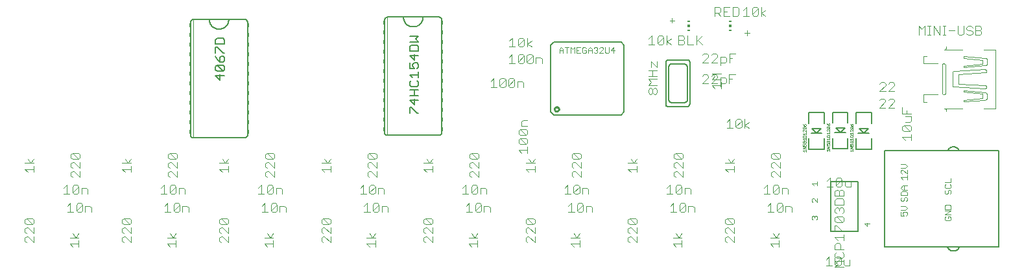
<source format=gto>
G75*
%MOIN*%
%OFA0B0*%
%FSLAX25Y25*%
%IPPOS*%
%LPD*%
%AMOC8*
5,1,8,0,0,1.08239X$1,22.5*
%
%ADD10C,0.00800*%
%ADD11C,0.00100*%
%ADD12C,0.00400*%
%ADD13C,0.01000*%
%ADD14C,0.00300*%
%ADD15C,0.00500*%
%ADD16R,0.01181X0.00591*%
%ADD17R,0.01181X0.01181*%
%ADD18C,0.00600*%
%ADD19C,0.00200*%
%ADD20R,0.00500X0.02000*%
D10*
X0273704Y0104398D02*
X0275279Y0102823D01*
X0309925Y0102823D01*
X0311499Y0104398D01*
X0311499Y0139043D01*
X0309925Y0140618D01*
X0275279Y0140618D01*
X0273704Y0139043D01*
X0273704Y0104398D01*
X0406471Y0104146D02*
X0406471Y0098634D01*
X0414345Y0098634D02*
X0414345Y0104146D01*
X0406471Y0104146D01*
X0418710Y0104386D02*
X0418710Y0098874D01*
X0420285Y0096118D02*
X0422647Y0093756D01*
X0425010Y0096118D01*
X0420285Y0096118D01*
X0426584Y0098874D02*
X0426584Y0104386D01*
X0418710Y0104386D01*
X0430714Y0104230D02*
X0430714Y0098718D01*
X0432289Y0095962D02*
X0434651Y0093600D01*
X0437013Y0095962D01*
X0432289Y0095962D01*
X0438588Y0098718D02*
X0438588Y0104230D01*
X0430714Y0104230D01*
X0412770Y0095878D02*
X0408046Y0095878D01*
X0410408Y0093516D01*
X0412770Y0095878D01*
X0413164Y0093516D02*
X0410408Y0093516D01*
X0407652Y0093516D01*
X0406471Y0090760D02*
X0406471Y0085248D01*
X0414345Y0085248D01*
X0414345Y0090760D01*
X0418710Y0091000D02*
X0418710Y0085488D01*
X0426584Y0085488D01*
X0426584Y0091000D01*
X0430714Y0090844D02*
X0430714Y0085332D01*
X0438588Y0085332D01*
X0438588Y0090844D01*
X0437407Y0093600D02*
X0434651Y0093600D01*
X0431895Y0093600D01*
X0425403Y0093756D02*
X0422647Y0093756D01*
X0419891Y0093756D01*
X0445560Y0084564D02*
X0445560Y0034761D01*
X0477823Y0034761D01*
X0483729Y0034761D01*
X0504201Y0034761D01*
X0504201Y0084564D01*
X0483729Y0084564D01*
X0445560Y0084564D01*
X0477823Y0084564D02*
X0477868Y0084667D01*
X0477917Y0084768D01*
X0477969Y0084868D01*
X0478024Y0084965D01*
X0478083Y0085061D01*
X0478145Y0085155D01*
X0478211Y0085246D01*
X0478280Y0085335D01*
X0478351Y0085421D01*
X0478426Y0085505D01*
X0478504Y0085586D01*
X0478584Y0085665D01*
X0478667Y0085740D01*
X0478753Y0085813D01*
X0478841Y0085882D01*
X0478932Y0085949D01*
X0479025Y0086012D01*
X0479120Y0086072D01*
X0479217Y0086128D01*
X0479316Y0086181D01*
X0479417Y0086231D01*
X0479519Y0086277D01*
X0479623Y0086319D01*
X0479729Y0086358D01*
X0479835Y0086393D01*
X0479943Y0086424D01*
X0480052Y0086451D01*
X0480162Y0086475D01*
X0480273Y0086494D01*
X0480384Y0086510D01*
X0480496Y0086522D01*
X0480608Y0086530D01*
X0480720Y0086534D01*
X0480832Y0086534D01*
X0480944Y0086530D01*
X0481056Y0086522D01*
X0481168Y0086510D01*
X0481279Y0086494D01*
X0481390Y0086475D01*
X0481500Y0086451D01*
X0481609Y0086424D01*
X0481717Y0086393D01*
X0481823Y0086358D01*
X0481929Y0086319D01*
X0482033Y0086277D01*
X0482135Y0086231D01*
X0482236Y0086181D01*
X0482335Y0086128D01*
X0482432Y0086072D01*
X0482527Y0086012D01*
X0482620Y0085949D01*
X0482711Y0085882D01*
X0482799Y0085813D01*
X0482885Y0085740D01*
X0482968Y0085665D01*
X0483048Y0085586D01*
X0483126Y0085505D01*
X0483201Y0085421D01*
X0483272Y0085335D01*
X0483341Y0085246D01*
X0483407Y0085155D01*
X0483469Y0085061D01*
X0483528Y0084965D01*
X0483583Y0084868D01*
X0483635Y0084768D01*
X0483684Y0084667D01*
X0483729Y0084564D01*
X0431832Y0068601D02*
X0431832Y0042801D01*
X0417832Y0042801D01*
X0417832Y0068601D01*
X0431832Y0068601D01*
X0477823Y0034761D02*
X0477868Y0034658D01*
X0477917Y0034557D01*
X0477969Y0034457D01*
X0478024Y0034360D01*
X0478083Y0034264D01*
X0478145Y0034170D01*
X0478211Y0034079D01*
X0478280Y0033990D01*
X0478351Y0033904D01*
X0478426Y0033820D01*
X0478504Y0033739D01*
X0478584Y0033660D01*
X0478667Y0033585D01*
X0478753Y0033512D01*
X0478841Y0033443D01*
X0478932Y0033376D01*
X0479025Y0033313D01*
X0479120Y0033253D01*
X0479217Y0033197D01*
X0479316Y0033144D01*
X0479417Y0033094D01*
X0479519Y0033048D01*
X0479623Y0033006D01*
X0479729Y0032967D01*
X0479835Y0032932D01*
X0479943Y0032901D01*
X0480052Y0032874D01*
X0480162Y0032850D01*
X0480273Y0032831D01*
X0480384Y0032815D01*
X0480496Y0032803D01*
X0480608Y0032795D01*
X0480720Y0032791D01*
X0480832Y0032791D01*
X0480944Y0032795D01*
X0481056Y0032803D01*
X0481168Y0032815D01*
X0481279Y0032831D01*
X0481390Y0032850D01*
X0481500Y0032874D01*
X0481609Y0032901D01*
X0481717Y0032932D01*
X0481823Y0032967D01*
X0481929Y0033006D01*
X0482033Y0033048D01*
X0482135Y0033094D01*
X0482236Y0033144D01*
X0482335Y0033197D01*
X0482432Y0033253D01*
X0482527Y0033313D01*
X0482620Y0033376D01*
X0482711Y0033443D01*
X0482799Y0033512D01*
X0482885Y0033585D01*
X0482968Y0033660D01*
X0483048Y0033739D01*
X0483126Y0033820D01*
X0483201Y0033904D01*
X0483272Y0033990D01*
X0483341Y0034079D01*
X0483407Y0034170D01*
X0483469Y0034264D01*
X0483528Y0034360D01*
X0483583Y0034457D01*
X0483635Y0034557D01*
X0483684Y0034658D01*
X0483729Y0034761D01*
D11*
X0478959Y0048463D02*
X0479476Y0048980D01*
X0479476Y0050014D01*
X0478959Y0050531D01*
X0477925Y0050531D01*
X0477925Y0049497D01*
X0476891Y0050531D02*
X0476374Y0050014D01*
X0476374Y0048980D01*
X0476891Y0048463D01*
X0478959Y0048463D01*
X0479476Y0051409D02*
X0476374Y0051409D01*
X0479476Y0053478D01*
X0476374Y0053478D01*
X0476374Y0054356D02*
X0476374Y0055907D01*
X0476891Y0056424D01*
X0478959Y0056424D01*
X0479476Y0055907D01*
X0479476Y0054356D01*
X0476374Y0054356D01*
X0456976Y0054943D02*
X0455942Y0055978D01*
X0453874Y0055978D01*
X0453874Y0053909D02*
X0455942Y0053909D01*
X0456976Y0054943D01*
X0456459Y0053031D02*
X0456976Y0052514D01*
X0456976Y0051480D01*
X0456459Y0050963D01*
X0455425Y0050963D02*
X0454908Y0051997D01*
X0454908Y0052514D01*
X0455425Y0053031D01*
X0456459Y0053031D01*
X0455425Y0050963D02*
X0453874Y0050963D01*
X0453874Y0053031D01*
X0454391Y0058463D02*
X0454908Y0058463D01*
X0455425Y0058980D01*
X0455425Y0060014D01*
X0455942Y0060531D01*
X0456459Y0060531D01*
X0456976Y0060014D01*
X0456976Y0058980D01*
X0456459Y0058463D01*
X0454391Y0058463D02*
X0453874Y0058980D01*
X0453874Y0060014D01*
X0454391Y0060531D01*
X0453874Y0061409D02*
X0453874Y0062960D01*
X0454391Y0063478D01*
X0456459Y0063478D01*
X0456976Y0062960D01*
X0456976Y0061409D01*
X0453874Y0061409D01*
X0454908Y0064356D02*
X0453874Y0065390D01*
X0454908Y0066424D01*
X0456976Y0066424D01*
X0455425Y0066424D02*
X0455425Y0064356D01*
X0454908Y0064356D02*
X0456976Y0064356D01*
X0456976Y0069713D02*
X0456976Y0071781D01*
X0456976Y0072659D02*
X0454908Y0074728D01*
X0454391Y0074728D01*
X0453874Y0074210D01*
X0453874Y0073176D01*
X0454391Y0072659D01*
X0453874Y0070747D02*
X0456976Y0070747D01*
X0456976Y0072659D02*
X0456976Y0074728D01*
X0455942Y0075606D02*
X0453874Y0075606D01*
X0455942Y0075606D02*
X0456976Y0076640D01*
X0455942Y0077674D01*
X0453874Y0077674D01*
X0453874Y0070747D02*
X0454908Y0069713D01*
X0476374Y0068106D02*
X0479476Y0068106D01*
X0479476Y0070174D01*
X0478959Y0067228D02*
X0479476Y0066710D01*
X0479476Y0065676D01*
X0478959Y0065159D01*
X0476891Y0065159D01*
X0476374Y0065676D01*
X0476374Y0066710D01*
X0476891Y0067228D01*
X0476891Y0064281D02*
X0476374Y0063764D01*
X0476374Y0062730D01*
X0476891Y0062213D01*
X0477408Y0062213D01*
X0477925Y0062730D01*
X0477925Y0063764D01*
X0478442Y0064281D01*
X0478959Y0064281D01*
X0479476Y0063764D01*
X0479476Y0062730D01*
X0478959Y0062213D01*
X0429201Y0084098D02*
X0429201Y0085099D01*
X0429201Y0085572D02*
X0427700Y0085572D01*
X0429201Y0086572D01*
X0427700Y0086572D01*
X0427700Y0087045D02*
X0428450Y0087045D01*
X0428200Y0087545D01*
X0428200Y0087795D01*
X0428450Y0088046D01*
X0428951Y0088046D01*
X0429201Y0087795D01*
X0429201Y0087295D01*
X0428951Y0087045D01*
X0427700Y0087045D02*
X0427700Y0088046D01*
X0427950Y0088518D02*
X0428200Y0088518D01*
X0428450Y0088768D01*
X0428450Y0089269D01*
X0428700Y0089519D01*
X0428951Y0089519D01*
X0429201Y0089269D01*
X0429201Y0088768D01*
X0428951Y0088518D01*
X0428700Y0088518D01*
X0428450Y0088768D01*
X0428450Y0089269D02*
X0428200Y0089519D01*
X0427950Y0089519D01*
X0427700Y0089269D01*
X0427700Y0088768D01*
X0427950Y0088518D01*
X0428200Y0089991D02*
X0427700Y0090492D01*
X0429201Y0090492D01*
X0429201Y0090992D02*
X0429201Y0089991D01*
X0429201Y0091465D02*
X0429201Y0092215D01*
X0428951Y0092465D01*
X0427950Y0092465D01*
X0427700Y0092215D01*
X0427700Y0091465D01*
X0429201Y0091465D01*
X0429201Y0092938D02*
X0429201Y0093939D01*
X0429201Y0094411D02*
X0428200Y0095412D01*
X0427950Y0095412D01*
X0427700Y0095162D01*
X0427700Y0094661D01*
X0427950Y0094411D01*
X0427700Y0093438D02*
X0429201Y0093438D01*
X0429201Y0094411D02*
X0429201Y0095412D01*
X0428951Y0095884D02*
X0427950Y0096885D01*
X0428951Y0096885D01*
X0429201Y0096635D01*
X0429201Y0096135D01*
X0428951Y0095884D01*
X0427950Y0095884D01*
X0427700Y0096135D01*
X0427700Y0096635D01*
X0427950Y0096885D01*
X0428450Y0097358D02*
X0428450Y0098108D01*
X0428700Y0098358D01*
X0428951Y0098358D01*
X0429201Y0098108D01*
X0429201Y0097608D01*
X0428951Y0097358D01*
X0428450Y0097358D01*
X0427950Y0097858D01*
X0427700Y0098358D01*
X0417197Y0098265D02*
X0416947Y0098515D01*
X0416697Y0098515D01*
X0416447Y0098265D01*
X0416447Y0097514D01*
X0416947Y0097514D01*
X0417197Y0097764D01*
X0417197Y0098265D01*
X0416447Y0097514D02*
X0415946Y0098014D01*
X0415696Y0098515D01*
X0415946Y0097042D02*
X0416947Y0096041D01*
X0417197Y0096291D01*
X0417197Y0096791D01*
X0416947Y0097042D01*
X0415946Y0097042D01*
X0415696Y0096791D01*
X0415696Y0096291D01*
X0415946Y0096041D01*
X0416947Y0096041D01*
X0417197Y0095568D02*
X0417197Y0094567D01*
X0416197Y0095568D01*
X0415946Y0095568D01*
X0415696Y0095318D01*
X0415696Y0094818D01*
X0415946Y0094567D01*
X0415696Y0093595D02*
X0417197Y0093595D01*
X0417197Y0094095D02*
X0417197Y0093094D01*
X0416947Y0092622D02*
X0415946Y0092622D01*
X0415696Y0092372D01*
X0415696Y0091621D01*
X0417197Y0091621D01*
X0417197Y0092372D01*
X0416947Y0092622D01*
X0416197Y0093094D02*
X0415696Y0093595D01*
X0417197Y0091149D02*
X0417197Y0090148D01*
X0417197Y0090648D02*
X0415696Y0090648D01*
X0416197Y0090148D01*
X0416197Y0089675D02*
X0416447Y0089425D01*
X0416447Y0088925D01*
X0416197Y0088674D01*
X0415946Y0088674D01*
X0415696Y0088925D01*
X0415696Y0089425D01*
X0415946Y0089675D01*
X0416197Y0089675D01*
X0416447Y0089425D02*
X0416697Y0089675D01*
X0416947Y0089675D01*
X0417197Y0089425D01*
X0417197Y0088925D01*
X0416947Y0088674D01*
X0416697Y0088674D01*
X0416447Y0088925D01*
X0416447Y0088202D02*
X0416947Y0088202D01*
X0417197Y0087952D01*
X0417197Y0087451D01*
X0416947Y0087201D01*
X0416447Y0087201D02*
X0416197Y0087702D01*
X0416197Y0087952D01*
X0416447Y0088202D01*
X0415696Y0088202D02*
X0415696Y0087201D01*
X0416447Y0087201D01*
X0417197Y0086729D02*
X0415696Y0086729D01*
X0415696Y0085728D02*
X0417197Y0086729D01*
X0417197Y0085728D02*
X0415696Y0085728D01*
X0415696Y0084755D02*
X0417197Y0084755D01*
X0417197Y0084255D02*
X0417197Y0085256D01*
X0416197Y0084255D02*
X0415696Y0084755D01*
X0404958Y0084515D02*
X0403457Y0084515D01*
X0403957Y0084015D01*
X0404958Y0084015D02*
X0404958Y0085016D01*
X0404958Y0085488D02*
X0403457Y0085488D01*
X0404958Y0086489D01*
X0403457Y0086489D01*
X0403457Y0086961D02*
X0404207Y0086961D01*
X0403957Y0087462D01*
X0403957Y0087712D01*
X0404207Y0087962D01*
X0404708Y0087962D01*
X0404958Y0087712D01*
X0404958Y0087211D01*
X0404708Y0086961D01*
X0403457Y0086961D02*
X0403457Y0087962D01*
X0403707Y0088434D02*
X0403957Y0088434D01*
X0404207Y0088685D01*
X0404207Y0089185D01*
X0404457Y0089435D01*
X0404708Y0089435D01*
X0404958Y0089185D01*
X0404958Y0088685D01*
X0404708Y0088434D01*
X0404457Y0088434D01*
X0404207Y0088685D01*
X0404207Y0089185D02*
X0403957Y0089435D01*
X0403707Y0089435D01*
X0403457Y0089185D01*
X0403457Y0088685D01*
X0403707Y0088434D01*
X0403957Y0089908D02*
X0403457Y0090408D01*
X0404958Y0090408D01*
X0404958Y0089908D02*
X0404958Y0090909D01*
X0404958Y0091381D02*
X0403457Y0091381D01*
X0403457Y0092132D01*
X0403707Y0092382D01*
X0404708Y0092382D01*
X0404958Y0092132D01*
X0404958Y0091381D01*
X0404958Y0092854D02*
X0404958Y0093855D01*
X0404958Y0094327D02*
X0403957Y0095328D01*
X0403707Y0095328D01*
X0403457Y0095078D01*
X0403457Y0094578D01*
X0403707Y0094327D01*
X0403457Y0093355D02*
X0404958Y0093355D01*
X0404958Y0094327D02*
X0404958Y0095328D01*
X0404708Y0095801D02*
X0403707Y0096802D01*
X0404708Y0096802D01*
X0404958Y0096551D01*
X0404958Y0096051D01*
X0404708Y0095801D01*
X0403707Y0095801D01*
X0403457Y0096051D01*
X0403457Y0096551D01*
X0403707Y0096802D01*
X0404207Y0097274D02*
X0404207Y0098025D01*
X0404457Y0098275D01*
X0404708Y0098275D01*
X0404958Y0098025D01*
X0404958Y0097524D01*
X0404708Y0097274D01*
X0404207Y0097274D01*
X0403707Y0097774D01*
X0403457Y0098275D01*
X0403457Y0093355D02*
X0403957Y0092854D01*
X0427700Y0093438D02*
X0428200Y0092938D01*
X0427700Y0084599D02*
X0429201Y0084599D01*
X0428200Y0084098D02*
X0427700Y0084599D01*
D12*
X0028147Y0035034D02*
X0026613Y0036569D01*
X0031217Y0036569D01*
X0031217Y0035034D02*
X0031217Y0038104D01*
X0031217Y0039638D02*
X0026613Y0039638D01*
X0028147Y0041940D02*
X0029682Y0039638D01*
X0031217Y0041940D01*
X0053488Y0042596D02*
X0054255Y0041829D01*
X0053488Y0042596D02*
X0053488Y0044131D01*
X0054255Y0044898D01*
X0055022Y0044898D01*
X0058092Y0041829D01*
X0058092Y0044898D01*
X0057324Y0046433D02*
X0054255Y0046433D01*
X0053488Y0047200D01*
X0053488Y0048735D01*
X0054255Y0049502D01*
X0057324Y0046433D01*
X0058092Y0047200D01*
X0058092Y0048735D01*
X0057324Y0049502D01*
X0054255Y0049502D01*
X0037644Y0052850D02*
X0037644Y0055152D01*
X0036876Y0055919D01*
X0034575Y0055919D01*
X0034575Y0052850D01*
X0033040Y0053617D02*
X0032273Y0052850D01*
X0030738Y0052850D01*
X0029971Y0053617D01*
X0033040Y0056687D01*
X0033040Y0053617D01*
X0029971Y0053617D02*
X0029971Y0056687D01*
X0030738Y0057454D01*
X0032273Y0057454D01*
X0033040Y0056687D01*
X0026901Y0057454D02*
X0026901Y0052850D01*
X0025367Y0052850D02*
X0028436Y0052850D01*
X0025367Y0055919D02*
X0026901Y0057454D01*
X0026499Y0062225D02*
X0023430Y0062225D01*
X0024964Y0062225D02*
X0024964Y0066829D01*
X0023430Y0065294D01*
X0028034Y0066062D02*
X0028801Y0066829D01*
X0030336Y0066829D01*
X0031103Y0066062D01*
X0028034Y0062992D01*
X0028801Y0062225D01*
X0030336Y0062225D01*
X0031103Y0062992D01*
X0031103Y0066062D01*
X0032638Y0065294D02*
X0034940Y0065294D01*
X0035707Y0064527D01*
X0035707Y0062225D01*
X0032638Y0062225D02*
X0032638Y0065294D01*
X0028034Y0066062D02*
X0028034Y0062992D01*
X0028005Y0070913D02*
X0027238Y0071681D01*
X0027238Y0073215D01*
X0028005Y0073982D01*
X0028772Y0073982D01*
X0031842Y0070913D01*
X0031842Y0073982D01*
X0031842Y0075517D02*
X0028772Y0078586D01*
X0028005Y0078586D01*
X0027238Y0077819D01*
X0027238Y0076284D01*
X0028005Y0075517D01*
X0031842Y0075517D02*
X0031842Y0078586D01*
X0031074Y0080121D02*
X0028005Y0080121D01*
X0027238Y0080888D01*
X0027238Y0082423D01*
X0028005Y0083190D01*
X0031074Y0080121D01*
X0031842Y0080888D01*
X0031842Y0082423D01*
X0031074Y0083190D01*
X0028005Y0083190D01*
X0008092Y0080381D02*
X0006557Y0078079D01*
X0005022Y0080381D01*
X0003488Y0078079D02*
X0008092Y0078079D01*
X0008092Y0076544D02*
X0008092Y0073475D01*
X0008092Y0075010D02*
X0003488Y0075010D01*
X0005022Y0073475D01*
X0053488Y0075010D02*
X0055022Y0073475D01*
X0053488Y0075010D02*
X0058092Y0075010D01*
X0058092Y0076544D02*
X0058092Y0073475D01*
X0058092Y0078079D02*
X0053488Y0078079D01*
X0055022Y0080381D02*
X0056557Y0078079D01*
X0058092Y0080381D01*
X0077238Y0080888D02*
X0077238Y0082423D01*
X0078005Y0083190D01*
X0081074Y0080121D01*
X0081842Y0080888D01*
X0081842Y0082423D01*
X0081074Y0083190D01*
X0078005Y0083190D01*
X0077238Y0080888D02*
X0078005Y0080121D01*
X0081074Y0080121D01*
X0081842Y0078586D02*
X0081842Y0075517D01*
X0078772Y0078586D01*
X0078005Y0078586D01*
X0077238Y0077819D01*
X0077238Y0076284D01*
X0078005Y0075517D01*
X0078005Y0073982D02*
X0077238Y0073215D01*
X0077238Y0071681D01*
X0078005Y0070913D01*
X0078772Y0073982D02*
X0081842Y0070913D01*
X0081842Y0073982D01*
X0078772Y0073982D02*
X0078005Y0073982D01*
X0078801Y0066829D02*
X0080336Y0066829D01*
X0081103Y0066062D01*
X0078034Y0062992D01*
X0078801Y0062225D01*
X0080336Y0062225D01*
X0081103Y0062992D01*
X0081103Y0066062D01*
X0082638Y0065294D02*
X0084940Y0065294D01*
X0085707Y0064527D01*
X0085707Y0062225D01*
X0082638Y0062225D02*
X0082638Y0065294D01*
X0078801Y0066829D02*
X0078034Y0066062D01*
X0078034Y0062992D01*
X0076499Y0062225D02*
X0073430Y0062225D01*
X0074964Y0062225D02*
X0074964Y0066829D01*
X0073430Y0065294D01*
X0076901Y0057454D02*
X0076901Y0052850D01*
X0075367Y0052850D02*
X0078436Y0052850D01*
X0079971Y0053617D02*
X0083040Y0056687D01*
X0083040Y0053617D01*
X0082273Y0052850D01*
X0080738Y0052850D01*
X0079971Y0053617D01*
X0079971Y0056687D01*
X0080738Y0057454D01*
X0082273Y0057454D01*
X0083040Y0056687D01*
X0084575Y0055919D02*
X0086876Y0055919D01*
X0087644Y0055152D01*
X0087644Y0052850D01*
X0084575Y0052850D02*
X0084575Y0055919D01*
X0076901Y0057454D02*
X0075367Y0055919D01*
X0103488Y0048735D02*
X0104255Y0049502D01*
X0107324Y0046433D01*
X0108092Y0047200D01*
X0108092Y0048735D01*
X0107324Y0049502D01*
X0104255Y0049502D01*
X0103488Y0048735D02*
X0103488Y0047200D01*
X0104255Y0046433D01*
X0107324Y0046433D01*
X0108092Y0044898D02*
X0108092Y0041829D01*
X0105022Y0044898D01*
X0104255Y0044898D01*
X0103488Y0044131D01*
X0103488Y0042596D01*
X0104255Y0041829D01*
X0104255Y0040294D02*
X0103488Y0039527D01*
X0103488Y0037992D01*
X0104255Y0037225D01*
X0105022Y0040294D02*
X0108092Y0037225D01*
X0108092Y0040294D01*
X0105022Y0040294D02*
X0104255Y0040294D01*
X0081217Y0039638D02*
X0076613Y0039638D01*
X0078147Y0041940D02*
X0079682Y0039638D01*
X0081217Y0041940D01*
X0081217Y0038104D02*
X0081217Y0035034D01*
X0081217Y0036569D02*
X0076613Y0036569D01*
X0078147Y0035034D01*
X0058092Y0037225D02*
X0055022Y0040294D01*
X0054255Y0040294D01*
X0053488Y0039527D01*
X0053488Y0037992D01*
X0054255Y0037225D01*
X0058092Y0037225D02*
X0058092Y0040294D01*
X0008092Y0040294D02*
X0008092Y0037225D01*
X0005022Y0040294D01*
X0004255Y0040294D01*
X0003488Y0039527D01*
X0003488Y0037992D01*
X0004255Y0037225D01*
X0004255Y0041829D02*
X0003488Y0042596D01*
X0003488Y0044131D01*
X0004255Y0044898D01*
X0005022Y0044898D01*
X0008092Y0041829D01*
X0008092Y0044898D01*
X0007324Y0046433D02*
X0004255Y0046433D01*
X0003488Y0047200D01*
X0003488Y0048735D01*
X0004255Y0049502D01*
X0007324Y0046433D01*
X0008092Y0047200D01*
X0008092Y0048735D01*
X0007324Y0049502D01*
X0004255Y0049502D01*
X0103488Y0075010D02*
X0105022Y0073475D01*
X0103488Y0075010D02*
X0108092Y0075010D01*
X0108092Y0076544D02*
X0108092Y0073475D01*
X0108092Y0078079D02*
X0103488Y0078079D01*
X0105022Y0080381D02*
X0106557Y0078079D01*
X0108092Y0080381D01*
X0127238Y0080888D02*
X0127238Y0082423D01*
X0128005Y0083190D01*
X0131074Y0080121D01*
X0131842Y0080888D01*
X0131842Y0082423D01*
X0131074Y0083190D01*
X0128005Y0083190D01*
X0127238Y0080888D02*
X0128005Y0080121D01*
X0131074Y0080121D01*
X0131842Y0078586D02*
X0131842Y0075517D01*
X0128772Y0078586D01*
X0128005Y0078586D01*
X0127238Y0077819D01*
X0127238Y0076284D01*
X0128005Y0075517D01*
X0128005Y0073982D02*
X0127238Y0073215D01*
X0127238Y0071681D01*
X0128005Y0070913D01*
X0128772Y0073982D02*
X0131842Y0070913D01*
X0131842Y0073982D01*
X0128772Y0073982D02*
X0128005Y0073982D01*
X0128801Y0066829D02*
X0130336Y0066829D01*
X0131103Y0066062D01*
X0128034Y0062992D01*
X0128801Y0062225D01*
X0130336Y0062225D01*
X0131103Y0062992D01*
X0131103Y0066062D01*
X0132638Y0065294D02*
X0134940Y0065294D01*
X0135707Y0064527D01*
X0135707Y0062225D01*
X0132638Y0062225D02*
X0132638Y0065294D01*
X0128801Y0066829D02*
X0128034Y0066062D01*
X0128034Y0062992D01*
X0126499Y0062225D02*
X0123430Y0062225D01*
X0124964Y0062225D02*
X0124964Y0066829D01*
X0123430Y0065294D01*
X0126901Y0057454D02*
X0126901Y0052850D01*
X0125367Y0052850D02*
X0128436Y0052850D01*
X0129971Y0053617D02*
X0133040Y0056687D01*
X0133040Y0053617D01*
X0132273Y0052850D01*
X0130738Y0052850D01*
X0129971Y0053617D01*
X0129971Y0056687D01*
X0130738Y0057454D01*
X0132273Y0057454D01*
X0133040Y0056687D01*
X0134575Y0055919D02*
X0136876Y0055919D01*
X0137644Y0055152D01*
X0137644Y0052850D01*
X0134575Y0052850D02*
X0134575Y0055919D01*
X0126901Y0057454D02*
X0125367Y0055919D01*
X0155988Y0048735D02*
X0156755Y0049502D01*
X0159824Y0046433D01*
X0160592Y0047200D01*
X0160592Y0048735D01*
X0159824Y0049502D01*
X0156755Y0049502D01*
X0155988Y0048735D02*
X0155988Y0047200D01*
X0156755Y0046433D01*
X0159824Y0046433D01*
X0160592Y0044898D02*
X0160592Y0041829D01*
X0157522Y0044898D01*
X0156755Y0044898D01*
X0155988Y0044131D01*
X0155988Y0042596D01*
X0156755Y0041829D01*
X0156755Y0040294D02*
X0155988Y0039527D01*
X0155988Y0037992D01*
X0156755Y0037225D01*
X0157522Y0040294D02*
X0160592Y0037225D01*
X0160592Y0040294D01*
X0157522Y0040294D02*
X0156755Y0040294D01*
X0179113Y0039638D02*
X0183717Y0039638D01*
X0183717Y0038104D02*
X0183717Y0035034D01*
X0183717Y0036569D02*
X0179113Y0036569D01*
X0180647Y0035034D01*
X0182182Y0039638D02*
X0180647Y0041940D01*
X0182182Y0039638D02*
X0183717Y0041940D01*
X0208488Y0042596D02*
X0209255Y0041829D01*
X0208488Y0042596D02*
X0208488Y0044131D01*
X0209255Y0044898D01*
X0210022Y0044898D01*
X0213092Y0041829D01*
X0213092Y0044898D01*
X0212324Y0046433D02*
X0209255Y0049502D01*
X0212324Y0049502D01*
X0213092Y0048735D01*
X0213092Y0047200D01*
X0212324Y0046433D01*
X0209255Y0046433D01*
X0208488Y0047200D01*
X0208488Y0048735D01*
X0209255Y0049502D01*
X0190144Y0052850D02*
X0190144Y0055152D01*
X0189376Y0055919D01*
X0187075Y0055919D01*
X0187075Y0052850D01*
X0185540Y0053617D02*
X0184773Y0052850D01*
X0183238Y0052850D01*
X0182471Y0053617D01*
X0185540Y0056687D01*
X0185540Y0053617D01*
X0182471Y0053617D02*
X0182471Y0056687D01*
X0183238Y0057454D01*
X0184773Y0057454D01*
X0185540Y0056687D01*
X0179401Y0057454D02*
X0179401Y0052850D01*
X0177867Y0052850D02*
X0180936Y0052850D01*
X0177867Y0055919D02*
X0179401Y0057454D01*
X0178999Y0062225D02*
X0175930Y0062225D01*
X0177464Y0062225D02*
X0177464Y0066829D01*
X0175930Y0065294D01*
X0180534Y0066062D02*
X0181301Y0066829D01*
X0182836Y0066829D01*
X0183603Y0066062D01*
X0180534Y0062992D01*
X0181301Y0062225D01*
X0182836Y0062225D01*
X0183603Y0062992D01*
X0183603Y0066062D01*
X0185138Y0065294D02*
X0187440Y0065294D01*
X0188207Y0064527D01*
X0188207Y0062225D01*
X0185138Y0062225D02*
X0185138Y0065294D01*
X0180534Y0066062D02*
X0180534Y0062992D01*
X0180505Y0070913D02*
X0179738Y0071681D01*
X0179738Y0073215D01*
X0180505Y0073982D01*
X0181272Y0073982D01*
X0184342Y0070913D01*
X0184342Y0073982D01*
X0184342Y0075517D02*
X0181272Y0078586D01*
X0180505Y0078586D01*
X0179738Y0077819D01*
X0179738Y0076284D01*
X0180505Y0075517D01*
X0184342Y0075517D02*
X0184342Y0078586D01*
X0183574Y0080121D02*
X0180505Y0080121D01*
X0179738Y0080888D01*
X0179738Y0082423D01*
X0180505Y0083190D01*
X0183574Y0080121D01*
X0184342Y0080888D01*
X0184342Y0082423D01*
X0183574Y0083190D01*
X0180505Y0083190D01*
X0160592Y0080381D02*
X0159057Y0078079D01*
X0157522Y0080381D01*
X0155988Y0078079D02*
X0160592Y0078079D01*
X0160592Y0076544D02*
X0160592Y0073475D01*
X0160592Y0075010D02*
X0155988Y0075010D01*
X0157522Y0073475D01*
X0208488Y0075010D02*
X0210022Y0073475D01*
X0208488Y0075010D02*
X0213092Y0075010D01*
X0213092Y0076544D02*
X0213092Y0073475D01*
X0213092Y0078079D02*
X0208488Y0078079D01*
X0210022Y0080381D02*
X0211557Y0078079D01*
X0213092Y0080381D01*
X0232238Y0080888D02*
X0232238Y0082423D01*
X0233005Y0083190D01*
X0236074Y0080121D01*
X0236842Y0080888D01*
X0236842Y0082423D01*
X0236074Y0083190D01*
X0233005Y0083190D01*
X0232238Y0080888D02*
X0233005Y0080121D01*
X0236074Y0080121D01*
X0236842Y0078586D02*
X0236842Y0075517D01*
X0233772Y0078586D01*
X0233005Y0078586D01*
X0232238Y0077819D01*
X0232238Y0076284D01*
X0233005Y0075517D01*
X0233005Y0073982D02*
X0232238Y0073215D01*
X0232238Y0071681D01*
X0233005Y0070913D01*
X0233772Y0073982D02*
X0236842Y0070913D01*
X0236842Y0073982D01*
X0233772Y0073982D02*
X0233005Y0073982D01*
X0233801Y0066829D02*
X0235336Y0066829D01*
X0236103Y0066062D01*
X0233034Y0062992D01*
X0233801Y0062225D01*
X0235336Y0062225D01*
X0236103Y0062992D01*
X0236103Y0066062D01*
X0237638Y0065294D02*
X0239940Y0065294D01*
X0240707Y0064527D01*
X0240707Y0062225D01*
X0237638Y0062225D02*
X0237638Y0065294D01*
X0233801Y0066829D02*
X0233034Y0066062D01*
X0233034Y0062992D01*
X0231499Y0062225D02*
X0228430Y0062225D01*
X0229964Y0062225D02*
X0229964Y0066829D01*
X0228430Y0065294D01*
X0231901Y0057454D02*
X0231901Y0052850D01*
X0230367Y0052850D02*
X0233436Y0052850D01*
X0234971Y0053617D02*
X0238040Y0056687D01*
X0238040Y0053617D01*
X0237273Y0052850D01*
X0235738Y0052850D01*
X0234971Y0053617D01*
X0234971Y0056687D01*
X0235738Y0057454D01*
X0237273Y0057454D01*
X0238040Y0056687D01*
X0239575Y0055919D02*
X0241876Y0055919D01*
X0242644Y0055152D01*
X0242644Y0052850D01*
X0239575Y0052850D02*
X0239575Y0055919D01*
X0231901Y0057454D02*
X0230367Y0055919D01*
X0260988Y0048735D02*
X0261755Y0049502D01*
X0264824Y0046433D01*
X0265592Y0047200D01*
X0265592Y0048735D01*
X0264824Y0049502D01*
X0261755Y0049502D01*
X0260988Y0048735D02*
X0260988Y0047200D01*
X0261755Y0046433D01*
X0264824Y0046433D01*
X0265592Y0044898D02*
X0265592Y0041829D01*
X0262522Y0044898D01*
X0261755Y0044898D01*
X0260988Y0044131D01*
X0260988Y0042596D01*
X0261755Y0041829D01*
X0261755Y0040294D02*
X0260988Y0039527D01*
X0260988Y0037992D01*
X0261755Y0037225D01*
X0262522Y0040294D02*
X0265592Y0037225D01*
X0265592Y0040294D01*
X0262522Y0040294D02*
X0261755Y0040294D01*
X0284113Y0039638D02*
X0288717Y0039638D01*
X0288717Y0038104D02*
X0288717Y0035034D01*
X0288717Y0036569D02*
X0284113Y0036569D01*
X0285647Y0035034D01*
X0287182Y0039638D02*
X0285647Y0041940D01*
X0287182Y0039638D02*
X0288717Y0041940D01*
X0313488Y0042596D02*
X0314255Y0041829D01*
X0313488Y0042596D02*
X0313488Y0044131D01*
X0314255Y0044898D01*
X0315022Y0044898D01*
X0318092Y0041829D01*
X0318092Y0044898D01*
X0317324Y0046433D02*
X0314255Y0049502D01*
X0317324Y0049502D01*
X0318092Y0048735D01*
X0318092Y0047200D01*
X0317324Y0046433D01*
X0314255Y0046433D01*
X0313488Y0047200D01*
X0313488Y0048735D01*
X0314255Y0049502D01*
X0295144Y0052850D02*
X0295144Y0055152D01*
X0294376Y0055919D01*
X0292075Y0055919D01*
X0292075Y0052850D01*
X0290540Y0053617D02*
X0289773Y0052850D01*
X0288238Y0052850D01*
X0287471Y0053617D01*
X0290540Y0056687D01*
X0290540Y0053617D01*
X0287471Y0053617D02*
X0287471Y0056687D01*
X0288238Y0057454D01*
X0289773Y0057454D01*
X0290540Y0056687D01*
X0284401Y0057454D02*
X0284401Y0052850D01*
X0282867Y0052850D02*
X0285936Y0052850D01*
X0282867Y0055919D02*
X0284401Y0057454D01*
X0283999Y0062225D02*
X0280930Y0062225D01*
X0282464Y0062225D02*
X0282464Y0066829D01*
X0280930Y0065294D01*
X0285534Y0066062D02*
X0286301Y0066829D01*
X0287836Y0066829D01*
X0288603Y0066062D01*
X0285534Y0062992D01*
X0286301Y0062225D01*
X0287836Y0062225D01*
X0288603Y0062992D01*
X0288603Y0066062D01*
X0290138Y0065294D02*
X0292440Y0065294D01*
X0293207Y0064527D01*
X0293207Y0062225D01*
X0290138Y0062225D02*
X0290138Y0065294D01*
X0285534Y0066062D02*
X0285534Y0062992D01*
X0285505Y0070913D02*
X0284738Y0071681D01*
X0284738Y0073215D01*
X0285505Y0073982D01*
X0286272Y0073982D01*
X0289342Y0070913D01*
X0289342Y0073982D01*
X0289342Y0075517D02*
X0286272Y0078586D01*
X0285505Y0078586D01*
X0284738Y0077819D01*
X0284738Y0076284D01*
X0285505Y0075517D01*
X0289342Y0075517D02*
X0289342Y0078586D01*
X0288574Y0080121D02*
X0285505Y0080121D01*
X0284738Y0080888D01*
X0284738Y0082423D01*
X0285505Y0083190D01*
X0288574Y0080121D01*
X0289342Y0080888D01*
X0289342Y0082423D01*
X0288574Y0083190D01*
X0285505Y0083190D01*
X0265592Y0080381D02*
X0264057Y0078079D01*
X0262522Y0080381D01*
X0260988Y0078079D02*
X0265592Y0078079D01*
X0265592Y0076544D02*
X0265592Y0073475D01*
X0265592Y0075010D02*
X0260988Y0075010D01*
X0262522Y0073475D01*
X0261918Y0083359D02*
X0261918Y0086428D01*
X0261918Y0084893D02*
X0257314Y0084893D01*
X0258848Y0083359D01*
X0258081Y0087963D02*
X0257314Y0088730D01*
X0257314Y0090265D01*
X0258081Y0091032D01*
X0261150Y0087963D01*
X0261918Y0088730D01*
X0261918Y0090265D01*
X0261150Y0091032D01*
X0258081Y0091032D01*
X0258081Y0092566D02*
X0257314Y0093334D01*
X0257314Y0094868D01*
X0258081Y0095636D01*
X0261150Y0092566D01*
X0261918Y0093334D01*
X0261918Y0094868D01*
X0261150Y0095636D01*
X0258081Y0095636D01*
X0258848Y0097170D02*
X0258848Y0099472D01*
X0259616Y0100240D01*
X0261918Y0100240D01*
X0261918Y0097170D02*
X0258848Y0097170D01*
X0258081Y0092566D02*
X0261150Y0092566D01*
X0261150Y0087963D02*
X0258081Y0087963D01*
X0313488Y0078079D02*
X0318092Y0078079D01*
X0318092Y0076544D02*
X0318092Y0073475D01*
X0318092Y0075010D02*
X0313488Y0075010D01*
X0315022Y0073475D01*
X0316557Y0078079D02*
X0315022Y0080381D01*
X0316557Y0078079D02*
X0318092Y0080381D01*
X0337238Y0080888D02*
X0337238Y0082423D01*
X0338005Y0083190D01*
X0341074Y0080121D01*
X0341842Y0080888D01*
X0341842Y0082423D01*
X0341074Y0083190D01*
X0338005Y0083190D01*
X0337238Y0080888D02*
X0338005Y0080121D01*
X0341074Y0080121D01*
X0341842Y0078586D02*
X0341842Y0075517D01*
X0338772Y0078586D01*
X0338005Y0078586D01*
X0337238Y0077819D01*
X0337238Y0076284D01*
X0338005Y0075517D01*
X0338005Y0073982D02*
X0337238Y0073215D01*
X0337238Y0071681D01*
X0338005Y0070913D01*
X0338772Y0073982D02*
X0341842Y0070913D01*
X0341842Y0073982D01*
X0338772Y0073982D02*
X0338005Y0073982D01*
X0338801Y0066829D02*
X0340336Y0066829D01*
X0341103Y0066062D01*
X0338034Y0062992D01*
X0338801Y0062225D01*
X0340336Y0062225D01*
X0341103Y0062992D01*
X0341103Y0066062D01*
X0342638Y0065294D02*
X0344940Y0065294D01*
X0345707Y0064527D01*
X0345707Y0062225D01*
X0342638Y0062225D02*
X0342638Y0065294D01*
X0338801Y0066829D02*
X0338034Y0066062D01*
X0338034Y0062992D01*
X0336499Y0062225D02*
X0333430Y0062225D01*
X0334964Y0062225D02*
X0334964Y0066829D01*
X0333430Y0065294D01*
X0336901Y0057454D02*
X0336901Y0052850D01*
X0335367Y0052850D02*
X0338436Y0052850D01*
X0339971Y0053617D02*
X0343040Y0056687D01*
X0343040Y0053617D01*
X0342273Y0052850D01*
X0340738Y0052850D01*
X0339971Y0053617D01*
X0339971Y0056687D01*
X0340738Y0057454D01*
X0342273Y0057454D01*
X0343040Y0056687D01*
X0344575Y0055919D02*
X0346876Y0055919D01*
X0347644Y0055152D01*
X0347644Y0052850D01*
X0344575Y0052850D02*
X0344575Y0055919D01*
X0336901Y0057454D02*
X0335367Y0055919D01*
X0363488Y0048735D02*
X0364255Y0049502D01*
X0367324Y0046433D01*
X0368092Y0047200D01*
X0368092Y0048735D01*
X0367324Y0049502D01*
X0364255Y0049502D01*
X0363488Y0048735D02*
X0363488Y0047200D01*
X0364255Y0046433D01*
X0367324Y0046433D01*
X0368092Y0044898D02*
X0368092Y0041829D01*
X0365022Y0044898D01*
X0364255Y0044898D01*
X0363488Y0044131D01*
X0363488Y0042596D01*
X0364255Y0041829D01*
X0364255Y0040294D02*
X0363488Y0039527D01*
X0363488Y0037992D01*
X0364255Y0037225D01*
X0365022Y0040294D02*
X0368092Y0037225D01*
X0368092Y0040294D01*
X0365022Y0040294D02*
X0364255Y0040294D01*
X0386613Y0039638D02*
X0391217Y0039638D01*
X0391217Y0038104D02*
X0391217Y0035034D01*
X0391217Y0036569D02*
X0386613Y0036569D01*
X0388147Y0035034D01*
X0389682Y0039638D02*
X0388147Y0041940D01*
X0389682Y0039638D02*
X0391217Y0041940D01*
X0408029Y0049402D02*
X0408029Y0050337D01*
X0408496Y0050804D01*
X0408963Y0050804D01*
X0409430Y0050337D01*
X0409898Y0050804D01*
X0410365Y0050804D01*
X0410832Y0050337D01*
X0410832Y0049402D01*
X0410365Y0048935D01*
X0409430Y0049869D02*
X0409430Y0050337D01*
X0408496Y0048935D02*
X0408029Y0049402D01*
X0397644Y0052850D02*
X0397644Y0055152D01*
X0396876Y0055919D01*
X0394575Y0055919D01*
X0394575Y0052850D01*
X0393040Y0053617D02*
X0392273Y0052850D01*
X0390738Y0052850D01*
X0389971Y0053617D01*
X0393040Y0056687D01*
X0393040Y0053617D01*
X0389971Y0053617D02*
X0389971Y0056687D01*
X0390738Y0057454D01*
X0392273Y0057454D01*
X0393040Y0056687D01*
X0386901Y0057454D02*
X0386901Y0052850D01*
X0385367Y0052850D02*
X0388436Y0052850D01*
X0385367Y0055919D02*
X0386901Y0057454D01*
X0386499Y0062225D02*
X0383430Y0062225D01*
X0384964Y0062225D02*
X0384964Y0066829D01*
X0383430Y0065294D01*
X0388034Y0066062D02*
X0388801Y0066829D01*
X0390336Y0066829D01*
X0391103Y0066062D01*
X0388034Y0062992D01*
X0388801Y0062225D01*
X0390336Y0062225D01*
X0391103Y0062992D01*
X0391103Y0066062D01*
X0392638Y0065294D02*
X0394940Y0065294D01*
X0395707Y0064527D01*
X0395707Y0062225D01*
X0392638Y0062225D02*
X0392638Y0065294D01*
X0388034Y0066062D02*
X0388034Y0062992D01*
X0407992Y0059437D02*
X0407992Y0058502D01*
X0408459Y0058035D01*
X0407992Y0059437D02*
X0408459Y0059904D01*
X0408926Y0059904D01*
X0410795Y0058035D01*
X0410795Y0059904D01*
X0419828Y0058995D02*
X0419828Y0056693D01*
X0424432Y0056693D01*
X0424432Y0058995D01*
X0423664Y0059762D01*
X0420595Y0059762D01*
X0419828Y0058995D01*
X0419828Y0061297D02*
X0419828Y0063599D01*
X0420595Y0064366D01*
X0421362Y0064366D01*
X0422130Y0063599D01*
X0422130Y0061297D01*
X0424432Y0061297D02*
X0424432Y0063599D01*
X0423664Y0064366D01*
X0422897Y0064366D01*
X0422130Y0063599D01*
X0422716Y0065874D02*
X0421182Y0065874D01*
X0420414Y0066641D01*
X0423484Y0069710D01*
X0423484Y0066641D01*
X0422716Y0065874D01*
X0420414Y0066641D02*
X0420414Y0069710D01*
X0421182Y0070478D01*
X0422716Y0070478D01*
X0423484Y0069710D01*
X0425018Y0068943D02*
X0425018Y0066641D01*
X0425786Y0065874D01*
X0428088Y0065874D01*
X0428088Y0068943D01*
X0418880Y0065874D02*
X0415811Y0065874D01*
X0417345Y0065874D02*
X0417345Y0070478D01*
X0415811Y0068943D01*
X0410832Y0068415D02*
X0410832Y0066547D01*
X0410832Y0067481D02*
X0408029Y0067481D01*
X0408963Y0066547D01*
X0419828Y0061297D02*
X0424432Y0061297D01*
X0423664Y0055158D02*
X0424432Y0054391D01*
X0424432Y0052856D01*
X0423664Y0052089D01*
X0423664Y0050554D02*
X0424432Y0049787D01*
X0424432Y0048252D01*
X0423664Y0047485D01*
X0420595Y0050554D01*
X0423664Y0050554D01*
X0420595Y0050554D02*
X0419828Y0049787D01*
X0419828Y0048252D01*
X0420595Y0047485D01*
X0423664Y0047485D01*
X0420595Y0045950D02*
X0423664Y0042881D01*
X0424432Y0042881D01*
X0424432Y0041346D02*
X0424432Y0038277D01*
X0424432Y0039812D02*
X0419828Y0039812D01*
X0421362Y0038277D01*
X0420595Y0036742D02*
X0422130Y0036742D01*
X0422897Y0035975D01*
X0422897Y0033673D01*
X0424432Y0033673D02*
X0419828Y0033673D01*
X0419828Y0035975D01*
X0420595Y0036742D01*
X0420595Y0032139D02*
X0419828Y0031371D01*
X0419828Y0029837D01*
X0420595Y0029069D01*
X0423664Y0029069D01*
X0424432Y0029837D01*
X0424432Y0031371D01*
X0423664Y0032139D01*
X0422172Y0029836D02*
X0422939Y0029068D01*
X0419870Y0025999D01*
X0420637Y0025232D01*
X0422172Y0025232D01*
X0422939Y0025999D01*
X0422939Y0029068D01*
X0422172Y0029836D02*
X0420637Y0029836D01*
X0419870Y0029068D01*
X0419870Y0025999D01*
X0421362Y0026000D02*
X0419828Y0027535D01*
X0424432Y0027535D01*
X0424474Y0028301D02*
X0424474Y0025999D01*
X0425241Y0025232D01*
X0427543Y0025232D01*
X0427543Y0028301D01*
X0424432Y0024465D02*
X0419828Y0024465D01*
X0421362Y0026000D01*
X0418336Y0025232D02*
X0415266Y0025232D01*
X0416801Y0025232D02*
X0416801Y0029836D01*
X0415266Y0028301D01*
X0419828Y0042881D02*
X0419828Y0045950D01*
X0420595Y0045950D01*
X0435029Y0046855D02*
X0436430Y0045454D01*
X0436430Y0047322D01*
X0435029Y0046855D02*
X0437832Y0046855D01*
X0422130Y0053623D02*
X0422130Y0054391D01*
X0422897Y0055158D01*
X0423664Y0055158D01*
X0422130Y0054391D02*
X0421362Y0055158D01*
X0420595Y0055158D01*
X0419828Y0054391D01*
X0419828Y0052856D01*
X0420595Y0052089D01*
X0391842Y0070913D02*
X0388772Y0073982D01*
X0388005Y0073982D01*
X0387238Y0073215D01*
X0387238Y0071681D01*
X0388005Y0070913D01*
X0391842Y0070913D02*
X0391842Y0073982D01*
X0391842Y0075517D02*
X0388772Y0078586D01*
X0388005Y0078586D01*
X0387238Y0077819D01*
X0387238Y0076284D01*
X0388005Y0075517D01*
X0391842Y0075517D02*
X0391842Y0078586D01*
X0391074Y0080121D02*
X0388005Y0080121D01*
X0387238Y0080888D01*
X0387238Y0082423D01*
X0388005Y0083190D01*
X0391074Y0080121D01*
X0391842Y0080888D01*
X0391842Y0082423D01*
X0391074Y0083190D01*
X0388005Y0083190D01*
X0368092Y0080381D02*
X0366557Y0078079D01*
X0365022Y0080381D01*
X0363488Y0078079D02*
X0368092Y0078079D01*
X0368092Y0076544D02*
X0368092Y0073475D01*
X0368092Y0075010D02*
X0363488Y0075010D01*
X0365022Y0073475D01*
X0364280Y0096139D02*
X0367349Y0096139D01*
X0365815Y0096139D02*
X0365815Y0100743D01*
X0364280Y0099208D01*
X0368884Y0099975D02*
X0369651Y0100743D01*
X0371186Y0100743D01*
X0371953Y0099975D01*
X0368884Y0096906D01*
X0369651Y0096139D01*
X0371186Y0096139D01*
X0371953Y0096906D01*
X0371953Y0099975D01*
X0373488Y0100743D02*
X0373488Y0096139D01*
X0373488Y0097673D02*
X0375790Y0099208D01*
X0373488Y0097673D02*
X0375790Y0096139D01*
X0368884Y0096906D02*
X0368884Y0099975D01*
X0328539Y0114496D02*
X0327772Y0113729D01*
X0327005Y0113729D01*
X0326237Y0114496D01*
X0326237Y0116031D01*
X0327005Y0116798D01*
X0327772Y0116798D01*
X0328539Y0116031D01*
X0328539Y0114496D01*
X0326237Y0114496D02*
X0325470Y0113729D01*
X0324703Y0113729D01*
X0323935Y0114496D01*
X0323935Y0116031D01*
X0324703Y0116798D01*
X0325470Y0116798D01*
X0326237Y0116031D01*
X0323935Y0118333D02*
X0325470Y0119867D01*
X0323935Y0121402D01*
X0328539Y0121402D01*
X0328539Y0122937D02*
X0323935Y0122937D01*
X0326237Y0122937D02*
X0326237Y0126006D01*
X0325470Y0127541D02*
X0325470Y0130610D01*
X0328539Y0127541D01*
X0328539Y0130610D01*
X0328539Y0126006D02*
X0323935Y0126006D01*
X0323935Y0118333D02*
X0328539Y0118333D01*
X0351758Y0119208D02*
X0354827Y0122278D01*
X0354827Y0123045D01*
X0354060Y0123812D01*
X0352525Y0123812D01*
X0351758Y0123045D01*
X0356362Y0123045D02*
X0357129Y0123812D01*
X0358664Y0123812D01*
X0359431Y0123045D01*
X0359431Y0122278D01*
X0356362Y0119208D01*
X0359431Y0119208D01*
X0360966Y0119208D02*
X0363268Y0119208D01*
X0364035Y0119976D01*
X0364035Y0121510D01*
X0363268Y0122278D01*
X0360966Y0122278D01*
X0360966Y0117674D01*
X0361321Y0118249D02*
X0356717Y0118249D01*
X0358252Y0116715D01*
X0361321Y0116715D02*
X0361321Y0119784D01*
X0361321Y0121319D02*
X0356717Y0121319D01*
X0358252Y0122853D01*
X0356717Y0124388D01*
X0361321Y0124388D01*
X0365570Y0123812D02*
X0368639Y0123812D01*
X0365570Y0123812D02*
X0365570Y0119208D01*
X0365570Y0121510D02*
X0367104Y0121510D01*
X0354827Y0119208D02*
X0351758Y0119208D01*
X0361016Y0128424D02*
X0361016Y0133028D01*
X0363318Y0133028D01*
X0364085Y0132260D01*
X0364085Y0130726D01*
X0363318Y0129958D01*
X0361016Y0129958D01*
X0359481Y0129958D02*
X0356412Y0129958D01*
X0359481Y0133028D01*
X0359481Y0133795D01*
X0358714Y0134562D01*
X0357179Y0134562D01*
X0356412Y0133795D01*
X0354877Y0133795D02*
X0354110Y0134562D01*
X0352575Y0134562D01*
X0351808Y0133795D01*
X0354877Y0133795D02*
X0354877Y0133028D01*
X0351808Y0129958D01*
X0354877Y0129958D01*
X0365620Y0129958D02*
X0365620Y0134562D01*
X0368689Y0134562D01*
X0367154Y0132260D02*
X0365620Y0132260D01*
X0351658Y0139212D02*
X0349356Y0141514D01*
X0348588Y0140747D02*
X0351658Y0143816D01*
X0348588Y0143816D02*
X0348588Y0139212D01*
X0347054Y0139212D02*
X0343984Y0139212D01*
X0343984Y0143816D01*
X0342450Y0143049D02*
X0342450Y0142281D01*
X0341682Y0141514D01*
X0339380Y0141514D01*
X0339380Y0139212D02*
X0339380Y0143816D01*
X0341682Y0143816D01*
X0342450Y0143049D01*
X0341682Y0141514D02*
X0342450Y0140747D01*
X0342450Y0139980D01*
X0341682Y0139212D01*
X0339380Y0139212D01*
X0335662Y0139217D02*
X0333360Y0140752D01*
X0335662Y0142286D01*
X0333360Y0143821D02*
X0333360Y0139217D01*
X0331825Y0139984D02*
X0331058Y0139217D01*
X0329523Y0139217D01*
X0328756Y0139984D01*
X0331825Y0143054D01*
X0331825Y0139984D01*
X0328756Y0139984D02*
X0328756Y0143054D01*
X0329523Y0143821D01*
X0331058Y0143821D01*
X0331825Y0143054D01*
X0325687Y0143821D02*
X0325687Y0139217D01*
X0327221Y0139217D02*
X0324152Y0139217D01*
X0324152Y0142286D02*
X0325687Y0143821D01*
X0358142Y0154062D02*
X0358142Y0158666D01*
X0360444Y0158666D01*
X0361211Y0157898D01*
X0361211Y0156364D01*
X0360444Y0155596D01*
X0358142Y0155596D01*
X0359677Y0155596D02*
X0361211Y0154062D01*
X0362746Y0154062D02*
X0365815Y0154062D01*
X0367350Y0154062D02*
X0369652Y0154062D01*
X0370419Y0154829D01*
X0370419Y0157898D01*
X0369652Y0158666D01*
X0367350Y0158666D01*
X0367350Y0154062D01*
X0362746Y0154062D02*
X0362746Y0158666D01*
X0365815Y0158666D01*
X0364281Y0156364D02*
X0362746Y0156364D01*
X0372742Y0157061D02*
X0374276Y0158596D01*
X0374276Y0153992D01*
X0372742Y0153992D02*
X0375811Y0153992D01*
X0377346Y0154759D02*
X0378113Y0153992D01*
X0379648Y0153992D01*
X0380415Y0154759D01*
X0380415Y0157828D01*
X0377346Y0154759D01*
X0377346Y0157828D01*
X0378113Y0158596D01*
X0379648Y0158596D01*
X0380415Y0157828D01*
X0381950Y0158596D02*
X0381950Y0153992D01*
X0381950Y0155526D02*
X0384252Y0153992D01*
X0381950Y0155526D02*
X0384252Y0157061D01*
X0462982Y0148817D02*
X0462982Y0144213D01*
X0466052Y0144213D02*
X0466052Y0148817D01*
X0464517Y0147282D01*
X0462982Y0148817D01*
X0467586Y0148817D02*
X0469121Y0148817D01*
X0468354Y0148817D02*
X0468354Y0144213D01*
X0469121Y0144213D02*
X0467586Y0144213D01*
X0470656Y0144213D02*
X0470656Y0148817D01*
X0473725Y0144213D01*
X0473725Y0148817D01*
X0475260Y0148817D02*
X0476794Y0148817D01*
X0476027Y0148817D02*
X0476027Y0144213D01*
X0475260Y0144213D02*
X0476794Y0144213D01*
X0482933Y0144980D02*
X0483700Y0144213D01*
X0485235Y0144213D01*
X0486002Y0144980D01*
X0486002Y0148817D01*
X0487537Y0148050D02*
X0487537Y0147282D01*
X0488304Y0146515D01*
X0489839Y0146515D01*
X0490606Y0145748D01*
X0490606Y0144980D01*
X0489839Y0144213D01*
X0488304Y0144213D01*
X0487537Y0144980D01*
X0482933Y0144980D02*
X0482933Y0148817D01*
X0481398Y0146515D02*
X0478329Y0146515D01*
X0487537Y0148050D02*
X0488304Y0148817D01*
X0489839Y0148817D01*
X0490606Y0148050D01*
X0492141Y0148817D02*
X0494443Y0148817D01*
X0495210Y0148050D01*
X0495210Y0147282D01*
X0494443Y0146515D01*
X0492141Y0146515D01*
X0494443Y0146515D02*
X0495210Y0145748D01*
X0495210Y0144980D01*
X0494443Y0144213D01*
X0492141Y0144213D01*
X0492141Y0148817D01*
X0496425Y0136637D02*
X0502345Y0136637D01*
X0502345Y0106389D01*
X0496425Y0106389D01*
X0497031Y0110681D02*
X0486199Y0109863D01*
X0486199Y0110681D01*
X0495600Y0111703D01*
X0495600Y0113747D01*
X0486199Y0114768D01*
X0486199Y0115586D01*
X0497031Y0114564D01*
X0497097Y0114557D01*
X0497162Y0114546D01*
X0497227Y0114532D01*
X0497290Y0114514D01*
X0497353Y0114492D01*
X0497414Y0114467D01*
X0497474Y0114439D01*
X0497532Y0114407D01*
X0497588Y0114371D01*
X0497642Y0114333D01*
X0497693Y0114292D01*
X0497742Y0114248D01*
X0497789Y0114201D01*
X0497833Y0114151D01*
X0497874Y0114099D01*
X0497912Y0114045D01*
X0497947Y0113989D01*
X0497978Y0113931D01*
X0498006Y0113871D01*
X0498031Y0113809D01*
X0498052Y0113747D01*
X0498052Y0111498D02*
X0498031Y0111436D01*
X0498006Y0111374D01*
X0497978Y0111314D01*
X0497947Y0111256D01*
X0497912Y0111200D01*
X0497874Y0111146D01*
X0497833Y0111094D01*
X0497789Y0111044D01*
X0497742Y0110997D01*
X0497693Y0110953D01*
X0497642Y0110912D01*
X0497588Y0110874D01*
X0497532Y0110838D01*
X0497474Y0110806D01*
X0497414Y0110778D01*
X0497353Y0110753D01*
X0497290Y0110731D01*
X0497227Y0110713D01*
X0497162Y0110699D01*
X0497097Y0110688D01*
X0497031Y0110681D01*
X0498052Y0111498D02*
X0498086Y0111613D01*
X0498116Y0111730D01*
X0498142Y0111847D01*
X0498164Y0111965D01*
X0498183Y0112083D01*
X0498198Y0112203D01*
X0498209Y0112322D01*
X0498217Y0112442D01*
X0498221Y0112562D01*
X0498221Y0112682D01*
X0498217Y0112802D01*
X0498209Y0112922D01*
X0498198Y0113041D01*
X0498183Y0113161D01*
X0498164Y0113279D01*
X0498142Y0113397D01*
X0498116Y0113514D01*
X0498086Y0113631D01*
X0498052Y0113746D01*
X0497030Y0116608D02*
X0481089Y0117425D01*
X0481031Y0117430D01*
X0480975Y0117439D01*
X0480918Y0117452D01*
X0480863Y0117468D01*
X0480809Y0117488D01*
X0480757Y0117511D01*
X0480706Y0117538D01*
X0480657Y0117569D01*
X0480610Y0117602D01*
X0480566Y0117638D01*
X0480523Y0117678D01*
X0480484Y0117720D01*
X0480448Y0117764D01*
X0480414Y0117811D01*
X0480384Y0117860D01*
X0480357Y0117911D01*
X0480334Y0117964D01*
X0480314Y0118018D01*
X0480298Y0118073D01*
X0480285Y0118129D01*
X0480276Y0118186D01*
X0480271Y0118243D01*
X0480271Y0124782D01*
X0480276Y0124839D01*
X0480285Y0124896D01*
X0480298Y0124952D01*
X0480314Y0125008D01*
X0480334Y0125062D01*
X0480357Y0125114D01*
X0480384Y0125165D01*
X0480414Y0125214D01*
X0480448Y0125261D01*
X0480484Y0125305D01*
X0480523Y0125347D01*
X0480565Y0125387D01*
X0480610Y0125423D01*
X0480657Y0125456D01*
X0480706Y0125487D01*
X0480757Y0125513D01*
X0480809Y0125537D01*
X0480863Y0125557D01*
X0480918Y0125573D01*
X0480974Y0125586D01*
X0481031Y0125595D01*
X0481088Y0125600D01*
X0481089Y0125600D02*
X0497030Y0126418D01*
X0497031Y0126417D02*
X0497087Y0126415D01*
X0497142Y0126409D01*
X0497197Y0126400D01*
X0497251Y0126387D01*
X0497305Y0126370D01*
X0497356Y0126349D01*
X0497407Y0126325D01*
X0497456Y0126298D01*
X0497502Y0126267D01*
X0497547Y0126234D01*
X0497589Y0126197D01*
X0497628Y0126158D01*
X0497665Y0126116D01*
X0497698Y0126071D01*
X0497729Y0126025D01*
X0497756Y0125976D01*
X0497780Y0125925D01*
X0497801Y0125874D01*
X0497818Y0125820D01*
X0497831Y0125766D01*
X0497840Y0125711D01*
X0497846Y0125656D01*
X0497848Y0125600D01*
X0497846Y0125544D01*
X0497840Y0125489D01*
X0497831Y0125434D01*
X0497818Y0125380D01*
X0497801Y0125326D01*
X0497780Y0125275D01*
X0497756Y0125224D01*
X0497729Y0125175D01*
X0497698Y0125129D01*
X0497665Y0125084D01*
X0497628Y0125042D01*
X0497589Y0125003D01*
X0497547Y0124966D01*
X0497502Y0124933D01*
X0497456Y0124902D01*
X0497407Y0124875D01*
X0497356Y0124851D01*
X0497305Y0124830D01*
X0497251Y0124813D01*
X0497197Y0124800D01*
X0497142Y0124791D01*
X0497087Y0124785D01*
X0497031Y0124783D01*
X0497031Y0124782D02*
X0483541Y0123965D01*
X0483541Y0119060D01*
X0497031Y0118243D01*
X0497087Y0118241D01*
X0497142Y0118235D01*
X0497197Y0118226D01*
X0497251Y0118213D01*
X0497305Y0118196D01*
X0497356Y0118175D01*
X0497407Y0118151D01*
X0497456Y0118124D01*
X0497502Y0118093D01*
X0497547Y0118060D01*
X0497589Y0118023D01*
X0497628Y0117984D01*
X0497665Y0117942D01*
X0497698Y0117897D01*
X0497729Y0117851D01*
X0497756Y0117802D01*
X0497780Y0117751D01*
X0497801Y0117700D01*
X0497818Y0117646D01*
X0497831Y0117592D01*
X0497840Y0117537D01*
X0497846Y0117482D01*
X0497848Y0117426D01*
X0497848Y0117425D01*
X0497846Y0117369D01*
X0497840Y0117314D01*
X0497831Y0117259D01*
X0497818Y0117205D01*
X0497801Y0117151D01*
X0497780Y0117100D01*
X0497756Y0117049D01*
X0497729Y0117000D01*
X0497698Y0116954D01*
X0497665Y0116909D01*
X0497628Y0116867D01*
X0497589Y0116828D01*
X0497547Y0116791D01*
X0497502Y0116758D01*
X0497456Y0116727D01*
X0497407Y0116700D01*
X0497356Y0116676D01*
X0497305Y0116655D01*
X0497251Y0116638D01*
X0497197Y0116625D01*
X0497142Y0116616D01*
X0497087Y0116610D01*
X0497031Y0116608D01*
X0476797Y0114564D02*
X0476797Y0128462D01*
X0476797Y0128461D02*
X0476795Y0128523D01*
X0476789Y0128584D01*
X0476780Y0128645D01*
X0476767Y0128706D01*
X0476750Y0128765D01*
X0476730Y0128823D01*
X0476707Y0128880D01*
X0476680Y0128936D01*
X0476649Y0128990D01*
X0476616Y0129041D01*
X0476579Y0129091D01*
X0476540Y0129138D01*
X0476497Y0129183D01*
X0476452Y0129226D01*
X0476405Y0129265D01*
X0476355Y0129302D01*
X0476304Y0129335D01*
X0476250Y0129366D01*
X0476194Y0129393D01*
X0476137Y0129416D01*
X0476079Y0129436D01*
X0476020Y0129453D01*
X0475959Y0129466D01*
X0475898Y0129475D01*
X0475837Y0129481D01*
X0475775Y0129483D01*
X0475720Y0129481D01*
X0475664Y0129475D01*
X0475609Y0129466D01*
X0475555Y0129453D01*
X0475502Y0129436D01*
X0475450Y0129415D01*
X0475399Y0129391D01*
X0475351Y0129364D01*
X0475304Y0129334D01*
X0475259Y0129300D01*
X0475217Y0129263D01*
X0475178Y0129224D01*
X0475141Y0129182D01*
X0475107Y0129137D01*
X0475077Y0129090D01*
X0475050Y0129042D01*
X0475026Y0128991D01*
X0475005Y0128939D01*
X0474988Y0128886D01*
X0474975Y0128832D01*
X0474966Y0128777D01*
X0474960Y0128721D01*
X0474958Y0128666D01*
X0474958Y0114360D01*
X0474958Y0114359D02*
X0474960Y0114304D01*
X0474966Y0114248D01*
X0474975Y0114193D01*
X0474988Y0114139D01*
X0475005Y0114086D01*
X0475026Y0114034D01*
X0475050Y0113983D01*
X0475077Y0113935D01*
X0475107Y0113888D01*
X0475141Y0113843D01*
X0475178Y0113801D01*
X0475217Y0113762D01*
X0475259Y0113725D01*
X0475304Y0113691D01*
X0475351Y0113661D01*
X0475399Y0113634D01*
X0475450Y0113610D01*
X0475502Y0113589D01*
X0475555Y0113572D01*
X0475609Y0113559D01*
X0475664Y0113550D01*
X0475720Y0113544D01*
X0475775Y0113542D01*
X0475775Y0113542D01*
X0475837Y0113544D01*
X0475899Y0113549D01*
X0475960Y0113559D01*
X0476020Y0113572D01*
X0476079Y0113588D01*
X0476138Y0113608D01*
X0476195Y0113632D01*
X0476250Y0113659D01*
X0476304Y0113689D01*
X0476356Y0113723D01*
X0476405Y0113760D01*
X0476453Y0113799D01*
X0476498Y0113841D01*
X0476540Y0113886D01*
X0476579Y0113934D01*
X0476616Y0113983D01*
X0476650Y0114035D01*
X0476680Y0114089D01*
X0476707Y0114144D01*
X0476731Y0114201D01*
X0476751Y0114260D01*
X0476767Y0114319D01*
X0476780Y0114379D01*
X0476790Y0114440D01*
X0476795Y0114502D01*
X0476797Y0114564D01*
X0472914Y0113542D02*
X0465556Y0113542D01*
X0465351Y0113542D02*
X0465351Y0109659D01*
X0465556Y0109659D02*
X0466987Y0109659D01*
X0476184Y0106389D02*
X0485275Y0106389D01*
X0477001Y0105571D02*
X0477001Y0104958D01*
X0477001Y0105571D02*
X0476999Y0105627D01*
X0476993Y0105682D01*
X0476984Y0105737D01*
X0476971Y0105791D01*
X0476954Y0105845D01*
X0476933Y0105896D01*
X0476909Y0105947D01*
X0476882Y0105996D01*
X0476851Y0106042D01*
X0476818Y0106087D01*
X0476781Y0106129D01*
X0476742Y0106168D01*
X0476700Y0106205D01*
X0476655Y0106238D01*
X0476609Y0106269D01*
X0476560Y0106296D01*
X0476509Y0106320D01*
X0476458Y0106341D01*
X0476404Y0106358D01*
X0476350Y0106371D01*
X0476295Y0106380D01*
X0476240Y0106386D01*
X0476184Y0106388D01*
X0459132Y0103680D02*
X0454528Y0103680D01*
X0454528Y0106749D01*
X0456830Y0105214D02*
X0456830Y0103680D01*
X0456062Y0102145D02*
X0459132Y0102145D01*
X0459132Y0099843D01*
X0458364Y0099076D01*
X0456062Y0099076D01*
X0455295Y0097541D02*
X0454528Y0096774D01*
X0454528Y0095239D01*
X0455295Y0094472D01*
X0458364Y0094472D01*
X0455295Y0097541D01*
X0458364Y0097541D01*
X0459132Y0096774D01*
X0459132Y0095239D01*
X0458364Y0094472D01*
X0459132Y0092937D02*
X0459132Y0089868D01*
X0459132Y0091402D02*
X0454528Y0091402D01*
X0456062Y0089868D01*
X0450485Y0106729D02*
X0447415Y0106729D01*
X0450485Y0109798D01*
X0450485Y0110566D01*
X0449717Y0111333D01*
X0448183Y0111333D01*
X0447415Y0110566D01*
X0445881Y0110566D02*
X0445113Y0111333D01*
X0443579Y0111333D01*
X0442812Y0110566D01*
X0445881Y0110566D02*
X0445881Y0109798D01*
X0442812Y0106729D01*
X0445881Y0106729D01*
X0445936Y0115225D02*
X0442867Y0115225D01*
X0445936Y0118294D01*
X0445936Y0119062D01*
X0445169Y0119829D01*
X0443634Y0119829D01*
X0442867Y0119062D01*
X0447471Y0119062D02*
X0448238Y0119829D01*
X0449773Y0119829D01*
X0450540Y0119062D01*
X0450540Y0118294D01*
X0447471Y0115225D01*
X0450540Y0115225D01*
X0486199Y0127440D02*
X0486199Y0128257D01*
X0495600Y0129279D01*
X0495600Y0131323D01*
X0486199Y0132345D01*
X0486199Y0133162D01*
X0497031Y0132345D01*
X0497097Y0132338D01*
X0497162Y0132327D01*
X0497227Y0132313D01*
X0497290Y0132295D01*
X0497353Y0132273D01*
X0497414Y0132248D01*
X0497474Y0132220D01*
X0497532Y0132188D01*
X0497588Y0132152D01*
X0497642Y0132114D01*
X0497693Y0132073D01*
X0497742Y0132029D01*
X0497789Y0131982D01*
X0497833Y0131932D01*
X0497874Y0131880D01*
X0497912Y0131826D01*
X0497947Y0131770D01*
X0497978Y0131712D01*
X0498006Y0131652D01*
X0498031Y0131590D01*
X0498052Y0131528D01*
X0498052Y0129279D02*
X0498031Y0129217D01*
X0498006Y0129155D01*
X0497978Y0129095D01*
X0497947Y0129037D01*
X0497912Y0128981D01*
X0497874Y0128927D01*
X0497833Y0128875D01*
X0497789Y0128825D01*
X0497742Y0128778D01*
X0497693Y0128734D01*
X0497642Y0128693D01*
X0497588Y0128655D01*
X0497532Y0128619D01*
X0497474Y0128587D01*
X0497414Y0128559D01*
X0497353Y0128534D01*
X0497290Y0128512D01*
X0497227Y0128494D01*
X0497162Y0128480D01*
X0497097Y0128469D01*
X0497031Y0128462D01*
X0486199Y0127440D01*
X0498052Y0129279D02*
X0498086Y0129394D01*
X0498116Y0129511D01*
X0498142Y0129628D01*
X0498164Y0129746D01*
X0498183Y0129864D01*
X0498198Y0129984D01*
X0498209Y0130103D01*
X0498217Y0130223D01*
X0498221Y0130343D01*
X0498221Y0130463D01*
X0498217Y0130583D01*
X0498209Y0130703D01*
X0498198Y0130822D01*
X0498183Y0130942D01*
X0498164Y0131060D01*
X0498142Y0131178D01*
X0498116Y0131295D01*
X0498086Y0131412D01*
X0498052Y0131527D01*
X0502345Y0136637D02*
X0502345Y0136637D01*
X0485275Y0136637D02*
X0476184Y0136637D01*
X0476240Y0136639D01*
X0476295Y0136645D01*
X0476350Y0136654D01*
X0476404Y0136667D01*
X0476458Y0136684D01*
X0476509Y0136705D01*
X0476560Y0136729D01*
X0476609Y0136756D01*
X0476655Y0136787D01*
X0476700Y0136820D01*
X0476742Y0136857D01*
X0476781Y0136896D01*
X0476818Y0136938D01*
X0476851Y0136983D01*
X0476882Y0137029D01*
X0476909Y0137078D01*
X0476933Y0137129D01*
X0476954Y0137180D01*
X0476971Y0137234D01*
X0476984Y0137288D01*
X0476993Y0137343D01*
X0476999Y0137398D01*
X0477001Y0137454D01*
X0477001Y0138068D01*
X0466987Y0133367D02*
X0465556Y0133367D01*
X0465351Y0133367D02*
X0465351Y0129484D01*
X0465556Y0129484D02*
X0472914Y0129484D01*
X0269254Y0129613D02*
X0269254Y0131915D01*
X0268486Y0132682D01*
X0266184Y0132682D01*
X0266184Y0129613D01*
X0264650Y0130380D02*
X0263883Y0129613D01*
X0262348Y0129613D01*
X0261581Y0130380D01*
X0264650Y0133449D01*
X0264650Y0130380D01*
X0261581Y0130380D02*
X0261581Y0133449D01*
X0262348Y0134217D01*
X0263883Y0134217D01*
X0264650Y0133449D01*
X0260046Y0133449D02*
X0256977Y0130380D01*
X0257744Y0129613D01*
X0259279Y0129613D01*
X0260046Y0130380D01*
X0260046Y0133449D01*
X0259279Y0134217D01*
X0257744Y0134217D01*
X0256977Y0133449D01*
X0256977Y0130380D01*
X0255442Y0129613D02*
X0252373Y0129613D01*
X0253907Y0129613D02*
X0253907Y0134217D01*
X0252373Y0132682D01*
X0252433Y0138123D02*
X0255502Y0138123D01*
X0253967Y0138123D02*
X0253967Y0142727D01*
X0252433Y0141192D01*
X0257037Y0141959D02*
X0257037Y0138890D01*
X0260106Y0141959D01*
X0260106Y0138890D01*
X0259338Y0138123D01*
X0257804Y0138123D01*
X0257037Y0138890D01*
X0261640Y0139657D02*
X0263942Y0141192D01*
X0261640Y0142727D02*
X0261640Y0138123D01*
X0261640Y0139657D02*
X0263942Y0138123D01*
X0260106Y0141959D02*
X0259338Y0142727D01*
X0257804Y0142727D01*
X0257037Y0141959D01*
X0254445Y0121858D02*
X0255213Y0121090D01*
X0252143Y0118021D01*
X0252911Y0117254D01*
X0254445Y0117254D01*
X0255213Y0118021D01*
X0255213Y0121090D01*
X0254445Y0121858D02*
X0252911Y0121858D01*
X0252143Y0121090D01*
X0252143Y0118021D01*
X0250609Y0118021D02*
X0249841Y0117254D01*
X0248307Y0117254D01*
X0247540Y0118021D01*
X0250609Y0121090D01*
X0250609Y0118021D01*
X0247540Y0118021D02*
X0247540Y0121090D01*
X0248307Y0121858D01*
X0249841Y0121858D01*
X0250609Y0121090D01*
X0256747Y0120323D02*
X0259049Y0120323D01*
X0259817Y0119556D01*
X0259817Y0117254D01*
X0256747Y0117254D02*
X0256747Y0120323D01*
X0246005Y0117254D02*
X0242936Y0117254D01*
X0244470Y0117254D02*
X0244470Y0121858D01*
X0242936Y0120323D01*
X0236217Y0041940D02*
X0234682Y0039638D01*
X0233147Y0041940D01*
X0231613Y0039638D02*
X0236217Y0039638D01*
X0236217Y0038104D02*
X0236217Y0035034D01*
X0236217Y0036569D02*
X0231613Y0036569D01*
X0233147Y0035034D01*
X0213092Y0037225D02*
X0210022Y0040294D01*
X0209255Y0040294D01*
X0208488Y0039527D01*
X0208488Y0037992D01*
X0209255Y0037225D01*
X0213092Y0037225D02*
X0213092Y0040294D01*
X0131217Y0039638D02*
X0126613Y0039638D01*
X0128147Y0041940D02*
X0129682Y0039638D01*
X0131217Y0041940D01*
X0131217Y0038104D02*
X0131217Y0035034D01*
X0131217Y0036569D02*
X0126613Y0036569D01*
X0128147Y0035034D01*
X0313488Y0037992D02*
X0314255Y0037225D01*
X0313488Y0037992D02*
X0313488Y0039527D01*
X0314255Y0040294D01*
X0315022Y0040294D01*
X0318092Y0037225D01*
X0318092Y0040294D01*
X0336613Y0039638D02*
X0341217Y0039638D01*
X0341217Y0038104D02*
X0341217Y0035034D01*
X0341217Y0036569D02*
X0336613Y0036569D01*
X0338147Y0035034D01*
X0339682Y0039638D02*
X0338147Y0041940D01*
X0339682Y0039638D02*
X0341217Y0041940D01*
D13*
X0275741Y0105972D02*
X0275743Y0106039D01*
X0275749Y0106105D01*
X0275759Y0106171D01*
X0275773Y0106236D01*
X0275790Y0106300D01*
X0275812Y0106363D01*
X0275837Y0106425D01*
X0275866Y0106485D01*
X0275899Y0106543D01*
X0275934Y0106599D01*
X0275974Y0106653D01*
X0276016Y0106704D01*
X0276061Y0106753D01*
X0276109Y0106799D01*
X0276160Y0106842D01*
X0276213Y0106882D01*
X0276269Y0106919D01*
X0276327Y0106952D01*
X0276386Y0106982D01*
X0276447Y0107008D01*
X0276510Y0107031D01*
X0276574Y0107049D01*
X0276639Y0107064D01*
X0276705Y0107075D01*
X0276771Y0107082D01*
X0276837Y0107085D01*
X0276904Y0107084D01*
X0276970Y0107079D01*
X0277036Y0107070D01*
X0277102Y0107057D01*
X0277166Y0107040D01*
X0277229Y0107020D01*
X0277291Y0106995D01*
X0277352Y0106967D01*
X0277411Y0106936D01*
X0277467Y0106901D01*
X0277522Y0106863D01*
X0277574Y0106821D01*
X0277623Y0106776D01*
X0277670Y0106729D01*
X0277714Y0106679D01*
X0277754Y0106626D01*
X0277792Y0106571D01*
X0277826Y0106514D01*
X0277857Y0106455D01*
X0277884Y0106394D01*
X0277907Y0106332D01*
X0277927Y0106268D01*
X0277943Y0106203D01*
X0277955Y0106138D01*
X0277963Y0106072D01*
X0277967Y0106005D01*
X0277967Y0105939D01*
X0277963Y0105872D01*
X0277955Y0105806D01*
X0277943Y0105741D01*
X0277927Y0105676D01*
X0277907Y0105612D01*
X0277884Y0105550D01*
X0277857Y0105489D01*
X0277826Y0105430D01*
X0277792Y0105373D01*
X0277754Y0105318D01*
X0277714Y0105265D01*
X0277670Y0105215D01*
X0277623Y0105168D01*
X0277574Y0105123D01*
X0277522Y0105081D01*
X0277467Y0105043D01*
X0277410Y0105008D01*
X0277352Y0104977D01*
X0277291Y0104949D01*
X0277229Y0104924D01*
X0277166Y0104904D01*
X0277102Y0104887D01*
X0277036Y0104874D01*
X0276970Y0104865D01*
X0276904Y0104860D01*
X0276837Y0104859D01*
X0276771Y0104862D01*
X0276705Y0104869D01*
X0276639Y0104880D01*
X0276574Y0104895D01*
X0276510Y0104913D01*
X0276447Y0104936D01*
X0276386Y0104962D01*
X0276327Y0104992D01*
X0276269Y0105025D01*
X0276213Y0105062D01*
X0276160Y0105102D01*
X0276109Y0105145D01*
X0276061Y0105191D01*
X0276016Y0105240D01*
X0275974Y0105291D01*
X0275934Y0105345D01*
X0275899Y0105401D01*
X0275866Y0105459D01*
X0275837Y0105519D01*
X0275812Y0105581D01*
X0275790Y0105644D01*
X0275773Y0105708D01*
X0275759Y0105773D01*
X0275749Y0105839D01*
X0275743Y0105905D01*
X0275741Y0105972D01*
D14*
X0278278Y0134833D02*
X0278278Y0136768D01*
X0279245Y0137736D01*
X0280213Y0136768D01*
X0280213Y0134833D01*
X0280213Y0136284D02*
X0278278Y0136284D01*
X0281224Y0137736D02*
X0283159Y0137736D01*
X0282192Y0137736D02*
X0282192Y0134833D01*
X0284171Y0134833D02*
X0284171Y0137736D01*
X0285138Y0136768D01*
X0286106Y0137736D01*
X0286106Y0134833D01*
X0287117Y0134833D02*
X0289052Y0134833D01*
X0290064Y0135317D02*
X0290547Y0134833D01*
X0291515Y0134833D01*
X0291999Y0135317D01*
X0291999Y0136284D01*
X0291031Y0136284D01*
X0290064Y0135317D02*
X0290064Y0137252D01*
X0290547Y0137736D01*
X0291515Y0137736D01*
X0291999Y0137252D01*
X0293010Y0136768D02*
X0293978Y0137736D01*
X0294945Y0136768D01*
X0294945Y0134833D01*
X0295957Y0135317D02*
X0296440Y0134833D01*
X0297408Y0134833D01*
X0297892Y0135317D01*
X0297892Y0135801D01*
X0297408Y0136284D01*
X0296924Y0136284D01*
X0297408Y0136284D02*
X0297892Y0136768D01*
X0297892Y0137252D01*
X0297408Y0137736D01*
X0296440Y0137736D01*
X0295957Y0137252D01*
X0294945Y0136284D02*
X0293010Y0136284D01*
X0293010Y0136768D02*
X0293010Y0134833D01*
X0288085Y0136284D02*
X0287117Y0136284D01*
X0287117Y0134833D02*
X0287117Y0137736D01*
X0289052Y0137736D01*
X0298903Y0137252D02*
X0299387Y0137736D01*
X0300354Y0137736D01*
X0300838Y0137252D01*
X0300838Y0136768D01*
X0298903Y0134833D01*
X0300838Y0134833D01*
X0301850Y0135317D02*
X0302333Y0134833D01*
X0303301Y0134833D01*
X0303785Y0135317D01*
X0303785Y0137736D01*
X0304796Y0136284D02*
X0306247Y0137736D01*
X0306247Y0134833D01*
X0306731Y0136284D02*
X0304796Y0136284D01*
X0301850Y0135317D02*
X0301850Y0137736D01*
X0336179Y0150479D02*
X0336179Y0152948D01*
X0337413Y0151713D02*
X0334944Y0151713D01*
X0373518Y0145246D02*
X0375987Y0145246D01*
X0374752Y0144012D02*
X0374752Y0146481D01*
D15*
X0345255Y0130464D02*
X0345255Y0108593D01*
X0345253Y0108523D01*
X0345247Y0108454D01*
X0345237Y0108384D01*
X0345224Y0108316D01*
X0345206Y0108248D01*
X0345185Y0108182D01*
X0345160Y0108117D01*
X0345132Y0108053D01*
X0345100Y0107991D01*
X0345064Y0107931D01*
X0345025Y0107873D01*
X0344983Y0107817D01*
X0344938Y0107763D01*
X0344890Y0107713D01*
X0344840Y0107665D01*
X0344786Y0107620D01*
X0344730Y0107578D01*
X0344672Y0107539D01*
X0344612Y0107503D01*
X0344550Y0107471D01*
X0344486Y0107443D01*
X0344421Y0107418D01*
X0344355Y0107397D01*
X0344287Y0107379D01*
X0344219Y0107366D01*
X0344149Y0107356D01*
X0344080Y0107350D01*
X0344010Y0107348D01*
X0334046Y0107348D01*
X0334046Y0107349D02*
X0333981Y0107351D01*
X0333917Y0107357D01*
X0333853Y0107366D01*
X0333789Y0107379D01*
X0333727Y0107396D01*
X0333665Y0107416D01*
X0333605Y0107440D01*
X0333546Y0107467D01*
X0333490Y0107498D01*
X0333434Y0107532D01*
X0333381Y0107569D01*
X0333331Y0107609D01*
X0333282Y0107652D01*
X0333236Y0107698D01*
X0333193Y0107747D01*
X0333153Y0107797D01*
X0333116Y0107850D01*
X0333082Y0107906D01*
X0333051Y0107962D01*
X0333024Y0108021D01*
X0333000Y0108081D01*
X0332980Y0108143D01*
X0332963Y0108205D01*
X0332950Y0108269D01*
X0332941Y0108333D01*
X0332935Y0108397D01*
X0332933Y0108462D01*
X0332932Y0108462D02*
X0332932Y0130231D01*
X0332933Y0130231D02*
X0332935Y0130296D01*
X0332941Y0130360D01*
X0332950Y0130424D01*
X0332963Y0130488D01*
X0332980Y0130550D01*
X0333000Y0130612D01*
X0333024Y0130672D01*
X0333051Y0130731D01*
X0333082Y0130788D01*
X0333116Y0130843D01*
X0333153Y0130896D01*
X0333193Y0130946D01*
X0333236Y0130995D01*
X0333282Y0131041D01*
X0333331Y0131084D01*
X0333381Y0131124D01*
X0333434Y0131161D01*
X0333490Y0131195D01*
X0333546Y0131226D01*
X0333605Y0131253D01*
X0333665Y0131277D01*
X0333727Y0131297D01*
X0333789Y0131314D01*
X0333853Y0131327D01*
X0333917Y0131336D01*
X0333981Y0131342D01*
X0334046Y0131344D01*
X0344375Y0131344D01*
X0344433Y0131342D01*
X0344490Y0131336D01*
X0344547Y0131327D01*
X0344603Y0131314D01*
X0344658Y0131297D01*
X0344712Y0131277D01*
X0344764Y0131253D01*
X0344815Y0131226D01*
X0344864Y0131196D01*
X0344911Y0131162D01*
X0344955Y0131126D01*
X0344997Y0131086D01*
X0345037Y0131044D01*
X0345073Y0131000D01*
X0345107Y0130953D01*
X0345137Y0130904D01*
X0345164Y0130853D01*
X0345188Y0130801D01*
X0345208Y0130747D01*
X0345225Y0130692D01*
X0345238Y0130636D01*
X0345247Y0130579D01*
X0345253Y0130522D01*
X0345255Y0130464D01*
X0342105Y0129376D02*
X0336082Y0129376D01*
X0336005Y0129374D01*
X0335928Y0129368D01*
X0335851Y0129359D01*
X0335775Y0129346D01*
X0335699Y0129329D01*
X0335625Y0129308D01*
X0335551Y0129284D01*
X0335479Y0129256D01*
X0335409Y0129225D01*
X0335340Y0129190D01*
X0335272Y0129152D01*
X0335207Y0129111D01*
X0335144Y0129066D01*
X0335083Y0129018D01*
X0335024Y0128968D01*
X0334968Y0128915D01*
X0334915Y0128859D01*
X0334865Y0128800D01*
X0334817Y0128739D01*
X0334772Y0128676D01*
X0334731Y0128611D01*
X0334693Y0128543D01*
X0334658Y0128474D01*
X0334627Y0128404D01*
X0334599Y0128332D01*
X0334575Y0128258D01*
X0334554Y0128184D01*
X0334537Y0128108D01*
X0334524Y0128032D01*
X0334515Y0127955D01*
X0334509Y0127878D01*
X0334507Y0127801D01*
X0334507Y0110892D01*
X0334509Y0110815D01*
X0334515Y0110738D01*
X0334524Y0110661D01*
X0334537Y0110585D01*
X0334554Y0110509D01*
X0334575Y0110435D01*
X0334599Y0110361D01*
X0334627Y0110289D01*
X0334658Y0110219D01*
X0334693Y0110150D01*
X0334731Y0110082D01*
X0334772Y0110017D01*
X0334817Y0109954D01*
X0334865Y0109893D01*
X0334915Y0109834D01*
X0334968Y0109778D01*
X0335024Y0109725D01*
X0335083Y0109675D01*
X0335144Y0109627D01*
X0335207Y0109582D01*
X0335272Y0109541D01*
X0335340Y0109503D01*
X0335409Y0109468D01*
X0335479Y0109437D01*
X0335551Y0109409D01*
X0335625Y0109385D01*
X0335699Y0109364D01*
X0335775Y0109347D01*
X0335851Y0109334D01*
X0335928Y0109325D01*
X0336005Y0109319D01*
X0336082Y0109317D01*
X0342105Y0109317D01*
X0342105Y0109316D02*
X0342187Y0109309D01*
X0342269Y0109305D01*
X0342352Y0109306D01*
X0342434Y0109310D01*
X0342516Y0109318D01*
X0342598Y0109330D01*
X0342678Y0109345D01*
X0342759Y0109364D01*
X0342838Y0109387D01*
X0342916Y0109414D01*
X0342992Y0109444D01*
X0343067Y0109478D01*
X0343141Y0109515D01*
X0343213Y0109555D01*
X0343283Y0109599D01*
X0343350Y0109646D01*
X0343416Y0109696D01*
X0343479Y0109749D01*
X0343540Y0109804D01*
X0343598Y0109863D01*
X0343653Y0109924D01*
X0343705Y0109988D01*
X0343754Y0110054D01*
X0343801Y0110122D01*
X0343844Y0110192D01*
X0343883Y0110264D01*
X0343920Y0110338D01*
X0343953Y0110414D01*
X0343982Y0110491D01*
X0344008Y0110569D01*
X0344030Y0110648D01*
X0344048Y0110728D01*
X0344063Y0110809D01*
X0344074Y0110891D01*
X0344074Y0110892D02*
X0344074Y0127407D01*
X0344072Y0127493D01*
X0344067Y0127579D01*
X0344057Y0127664D01*
X0344044Y0127749D01*
X0344027Y0127833D01*
X0344007Y0127917D01*
X0343983Y0127999D01*
X0343955Y0128080D01*
X0343924Y0128161D01*
X0343890Y0128239D01*
X0343852Y0128316D01*
X0343810Y0128392D01*
X0343766Y0128465D01*
X0343718Y0128536D01*
X0343667Y0128606D01*
X0343613Y0128673D01*
X0343557Y0128737D01*
X0343497Y0128799D01*
X0343435Y0128859D01*
X0343371Y0128915D01*
X0343304Y0128969D01*
X0343234Y0129020D01*
X0343163Y0129068D01*
X0343090Y0129112D01*
X0343014Y0129154D01*
X0342937Y0129192D01*
X0342859Y0129226D01*
X0342778Y0129257D01*
X0342697Y0129285D01*
X0342615Y0129309D01*
X0342531Y0129329D01*
X0342447Y0129346D01*
X0342362Y0129359D01*
X0342277Y0129369D01*
X0342191Y0129374D01*
X0342105Y0129376D01*
X0205889Y0129026D02*
X0205889Y0127525D01*
X0205138Y0126775D01*
X0203637Y0126775D02*
X0202887Y0128276D01*
X0202887Y0129026D01*
X0203637Y0129777D01*
X0205138Y0129777D01*
X0205889Y0129026D01*
X0203637Y0131378D02*
X0203637Y0134381D01*
X0205889Y0133630D02*
X0201385Y0133630D01*
X0203637Y0131378D01*
X0201385Y0129777D02*
X0201385Y0126775D01*
X0203637Y0126775D01*
X0205889Y0125173D02*
X0205889Y0122171D01*
X0205889Y0123672D02*
X0201385Y0123672D01*
X0202887Y0122171D01*
X0202136Y0120569D02*
X0201385Y0119819D01*
X0201385Y0118317D01*
X0202136Y0117567D01*
X0205138Y0117567D01*
X0205889Y0118317D01*
X0205889Y0119819D01*
X0205138Y0120569D01*
X0205889Y0115965D02*
X0201385Y0115965D01*
X0203637Y0115965D02*
X0203637Y0112963D01*
X0203637Y0111361D02*
X0203637Y0108359D01*
X0201385Y0110611D01*
X0205889Y0110611D01*
X0205889Y0112963D02*
X0201385Y0112963D01*
X0201385Y0106758D02*
X0202136Y0106758D01*
X0205138Y0103755D01*
X0205889Y0103755D01*
X0201385Y0103755D02*
X0201385Y0106758D01*
X0201385Y0135982D02*
X0201385Y0138234D01*
X0202136Y0138985D01*
X0205138Y0138985D01*
X0205889Y0138234D01*
X0205889Y0135982D01*
X0201385Y0135982D01*
X0201385Y0140586D02*
X0205889Y0140586D01*
X0204388Y0142088D01*
X0205889Y0143589D01*
X0201385Y0143589D01*
X0106082Y0141668D02*
X0106082Y0139416D01*
X0101578Y0139416D01*
X0101578Y0141668D01*
X0102329Y0142418D01*
X0105331Y0142418D01*
X0106082Y0141668D01*
X0102329Y0137814D02*
X0105331Y0134812D01*
X0106082Y0134812D01*
X0105331Y0133210D02*
X0104581Y0133210D01*
X0103830Y0132460D01*
X0103830Y0130208D01*
X0105331Y0130208D01*
X0106082Y0130958D01*
X0106082Y0132460D01*
X0105331Y0133210D01*
X0102329Y0131709D02*
X0103830Y0130208D01*
X0102329Y0131709D02*
X0101578Y0133210D01*
X0101578Y0134812D02*
X0101578Y0137814D01*
X0102329Y0137814D01*
X0102329Y0128606D02*
X0105331Y0125604D01*
X0106082Y0126355D01*
X0106082Y0127856D01*
X0105331Y0128606D01*
X0102329Y0128606D01*
X0101578Y0127856D01*
X0101578Y0126355D01*
X0102329Y0125604D01*
X0105331Y0125604D01*
X0103830Y0124003D02*
X0103830Y0121000D01*
X0101578Y0123252D01*
X0106082Y0123252D01*
D16*
X0344771Y0146650D03*
X0344771Y0151374D03*
X0366163Y0151224D03*
X0366163Y0146500D03*
D17*
X0366163Y0148862D03*
X0344771Y0149012D03*
D18*
X0217839Y0151940D02*
X0217839Y0093940D01*
X0217837Y0093864D01*
X0217831Y0093788D01*
X0217822Y0093713D01*
X0217808Y0093638D01*
X0217791Y0093564D01*
X0217770Y0093491D01*
X0217746Y0093419D01*
X0217717Y0093348D01*
X0217686Y0093279D01*
X0217651Y0093212D01*
X0217612Y0093147D01*
X0217570Y0093083D01*
X0217525Y0093022D01*
X0217477Y0092963D01*
X0217426Y0092907D01*
X0217372Y0092853D01*
X0217316Y0092802D01*
X0217257Y0092754D01*
X0217196Y0092709D01*
X0217132Y0092667D01*
X0217067Y0092628D01*
X0217000Y0092593D01*
X0216931Y0092562D01*
X0216860Y0092533D01*
X0216788Y0092509D01*
X0216715Y0092488D01*
X0216641Y0092471D01*
X0216566Y0092457D01*
X0216491Y0092448D01*
X0216415Y0092442D01*
X0216339Y0092440D01*
X0189939Y0092440D01*
X0189863Y0092442D01*
X0189787Y0092448D01*
X0189712Y0092457D01*
X0189637Y0092471D01*
X0189563Y0092488D01*
X0189490Y0092509D01*
X0189418Y0092533D01*
X0189347Y0092562D01*
X0189278Y0092593D01*
X0189211Y0092628D01*
X0189146Y0092667D01*
X0189082Y0092709D01*
X0189021Y0092754D01*
X0188962Y0092802D01*
X0188906Y0092853D01*
X0188852Y0092907D01*
X0188801Y0092963D01*
X0188753Y0093022D01*
X0188708Y0093083D01*
X0188666Y0093147D01*
X0188627Y0093212D01*
X0188592Y0093279D01*
X0188561Y0093348D01*
X0188532Y0093419D01*
X0188508Y0093491D01*
X0188487Y0093564D01*
X0188470Y0093638D01*
X0188456Y0093713D01*
X0188447Y0093788D01*
X0188441Y0093864D01*
X0188439Y0093940D01*
X0188439Y0151940D01*
X0188441Y0152016D01*
X0188447Y0152092D01*
X0188456Y0152167D01*
X0188470Y0152242D01*
X0188487Y0152316D01*
X0188508Y0152389D01*
X0188532Y0152461D01*
X0188561Y0152532D01*
X0188592Y0152601D01*
X0188627Y0152668D01*
X0188666Y0152733D01*
X0188708Y0152797D01*
X0188753Y0152858D01*
X0188801Y0152917D01*
X0188852Y0152973D01*
X0188906Y0153027D01*
X0188962Y0153078D01*
X0189021Y0153126D01*
X0189082Y0153171D01*
X0189146Y0153213D01*
X0189211Y0153252D01*
X0189278Y0153287D01*
X0189347Y0153318D01*
X0189418Y0153347D01*
X0189490Y0153371D01*
X0189563Y0153392D01*
X0189637Y0153409D01*
X0189712Y0153423D01*
X0189787Y0153432D01*
X0189863Y0153438D01*
X0189939Y0153440D01*
X0198139Y0153440D01*
X0208139Y0153440D01*
X0216339Y0153440D01*
X0216415Y0153438D01*
X0216491Y0153432D01*
X0216566Y0153423D01*
X0216641Y0153409D01*
X0216715Y0153392D01*
X0216788Y0153371D01*
X0216860Y0153347D01*
X0216931Y0153318D01*
X0217000Y0153287D01*
X0217067Y0153252D01*
X0217132Y0153213D01*
X0217196Y0153171D01*
X0217257Y0153126D01*
X0217316Y0153078D01*
X0217372Y0153027D01*
X0217426Y0152973D01*
X0217477Y0152917D01*
X0217525Y0152858D01*
X0217570Y0152797D01*
X0217612Y0152733D01*
X0217651Y0152668D01*
X0217686Y0152601D01*
X0217717Y0152532D01*
X0217746Y0152461D01*
X0217770Y0152389D01*
X0217791Y0152316D01*
X0217808Y0152242D01*
X0217822Y0152167D01*
X0217831Y0152092D01*
X0217837Y0152016D01*
X0217839Y0151940D01*
X0208139Y0153440D02*
X0208137Y0153300D01*
X0208131Y0153160D01*
X0208121Y0153020D01*
X0208108Y0152880D01*
X0208090Y0152741D01*
X0208068Y0152602D01*
X0208043Y0152465D01*
X0208014Y0152327D01*
X0207981Y0152191D01*
X0207944Y0152056D01*
X0207903Y0151922D01*
X0207858Y0151789D01*
X0207810Y0151657D01*
X0207758Y0151527D01*
X0207703Y0151398D01*
X0207644Y0151271D01*
X0207581Y0151145D01*
X0207515Y0151021D01*
X0207446Y0150900D01*
X0207373Y0150780D01*
X0207296Y0150662D01*
X0207217Y0150547D01*
X0207134Y0150433D01*
X0207048Y0150323D01*
X0206959Y0150214D01*
X0206867Y0150108D01*
X0206772Y0150005D01*
X0206675Y0149904D01*
X0206574Y0149807D01*
X0206471Y0149712D01*
X0206365Y0149620D01*
X0206256Y0149531D01*
X0206146Y0149445D01*
X0206032Y0149362D01*
X0205917Y0149283D01*
X0205799Y0149206D01*
X0205679Y0149133D01*
X0205558Y0149064D01*
X0205434Y0148998D01*
X0205308Y0148935D01*
X0205181Y0148876D01*
X0205052Y0148821D01*
X0204922Y0148769D01*
X0204790Y0148721D01*
X0204657Y0148676D01*
X0204523Y0148635D01*
X0204388Y0148598D01*
X0204252Y0148565D01*
X0204114Y0148536D01*
X0203977Y0148511D01*
X0203838Y0148489D01*
X0203699Y0148471D01*
X0203559Y0148458D01*
X0203419Y0148448D01*
X0203279Y0148442D01*
X0203139Y0148440D01*
X0202999Y0148442D01*
X0202859Y0148448D01*
X0202719Y0148458D01*
X0202579Y0148471D01*
X0202440Y0148489D01*
X0202301Y0148511D01*
X0202164Y0148536D01*
X0202026Y0148565D01*
X0201890Y0148598D01*
X0201755Y0148635D01*
X0201621Y0148676D01*
X0201488Y0148721D01*
X0201356Y0148769D01*
X0201226Y0148821D01*
X0201097Y0148876D01*
X0200970Y0148935D01*
X0200844Y0148998D01*
X0200720Y0149064D01*
X0200599Y0149133D01*
X0200479Y0149206D01*
X0200361Y0149283D01*
X0200246Y0149362D01*
X0200132Y0149445D01*
X0200022Y0149531D01*
X0199913Y0149620D01*
X0199807Y0149712D01*
X0199704Y0149807D01*
X0199603Y0149904D01*
X0199506Y0150005D01*
X0199411Y0150108D01*
X0199319Y0150214D01*
X0199230Y0150323D01*
X0199144Y0150433D01*
X0199061Y0150547D01*
X0198982Y0150662D01*
X0198905Y0150780D01*
X0198832Y0150900D01*
X0198763Y0151021D01*
X0198697Y0151145D01*
X0198634Y0151271D01*
X0198575Y0151398D01*
X0198520Y0151527D01*
X0198468Y0151657D01*
X0198420Y0151789D01*
X0198375Y0151922D01*
X0198334Y0152056D01*
X0198297Y0152191D01*
X0198264Y0152327D01*
X0198235Y0152465D01*
X0198210Y0152602D01*
X0198188Y0152741D01*
X0198170Y0152880D01*
X0198157Y0153020D01*
X0198147Y0153160D01*
X0198141Y0153300D01*
X0198139Y0153440D01*
X0118032Y0150770D02*
X0118032Y0092770D01*
X0118030Y0092694D01*
X0118024Y0092618D01*
X0118015Y0092543D01*
X0118001Y0092468D01*
X0117984Y0092394D01*
X0117963Y0092321D01*
X0117939Y0092249D01*
X0117910Y0092178D01*
X0117879Y0092109D01*
X0117844Y0092042D01*
X0117805Y0091977D01*
X0117763Y0091913D01*
X0117718Y0091852D01*
X0117670Y0091793D01*
X0117619Y0091737D01*
X0117565Y0091683D01*
X0117509Y0091632D01*
X0117450Y0091584D01*
X0117389Y0091539D01*
X0117325Y0091497D01*
X0117260Y0091458D01*
X0117193Y0091423D01*
X0117124Y0091392D01*
X0117053Y0091363D01*
X0116981Y0091339D01*
X0116908Y0091318D01*
X0116834Y0091301D01*
X0116759Y0091287D01*
X0116684Y0091278D01*
X0116608Y0091272D01*
X0116532Y0091270D01*
X0090132Y0091270D01*
X0090056Y0091272D01*
X0089980Y0091278D01*
X0089905Y0091287D01*
X0089830Y0091301D01*
X0089756Y0091318D01*
X0089683Y0091339D01*
X0089611Y0091363D01*
X0089540Y0091392D01*
X0089471Y0091423D01*
X0089404Y0091458D01*
X0089339Y0091497D01*
X0089275Y0091539D01*
X0089214Y0091584D01*
X0089155Y0091632D01*
X0089099Y0091683D01*
X0089045Y0091737D01*
X0088994Y0091793D01*
X0088946Y0091852D01*
X0088901Y0091913D01*
X0088859Y0091977D01*
X0088820Y0092042D01*
X0088785Y0092109D01*
X0088754Y0092178D01*
X0088725Y0092249D01*
X0088701Y0092321D01*
X0088680Y0092394D01*
X0088663Y0092468D01*
X0088649Y0092543D01*
X0088640Y0092618D01*
X0088634Y0092694D01*
X0088632Y0092770D01*
X0088632Y0150770D01*
X0088634Y0150846D01*
X0088640Y0150922D01*
X0088649Y0150997D01*
X0088663Y0151072D01*
X0088680Y0151146D01*
X0088701Y0151219D01*
X0088725Y0151291D01*
X0088754Y0151362D01*
X0088785Y0151431D01*
X0088820Y0151498D01*
X0088859Y0151563D01*
X0088901Y0151627D01*
X0088946Y0151688D01*
X0088994Y0151747D01*
X0089045Y0151803D01*
X0089099Y0151857D01*
X0089155Y0151908D01*
X0089214Y0151956D01*
X0089275Y0152001D01*
X0089339Y0152043D01*
X0089404Y0152082D01*
X0089471Y0152117D01*
X0089540Y0152148D01*
X0089611Y0152177D01*
X0089683Y0152201D01*
X0089756Y0152222D01*
X0089830Y0152239D01*
X0089905Y0152253D01*
X0089980Y0152262D01*
X0090056Y0152268D01*
X0090132Y0152270D01*
X0098332Y0152270D01*
X0108332Y0152270D01*
X0116532Y0152270D01*
X0116608Y0152268D01*
X0116684Y0152262D01*
X0116759Y0152253D01*
X0116834Y0152239D01*
X0116908Y0152222D01*
X0116981Y0152201D01*
X0117053Y0152177D01*
X0117124Y0152148D01*
X0117193Y0152117D01*
X0117260Y0152082D01*
X0117325Y0152043D01*
X0117389Y0152001D01*
X0117450Y0151956D01*
X0117509Y0151908D01*
X0117565Y0151857D01*
X0117619Y0151803D01*
X0117670Y0151747D01*
X0117718Y0151688D01*
X0117763Y0151627D01*
X0117805Y0151563D01*
X0117844Y0151498D01*
X0117879Y0151431D01*
X0117910Y0151362D01*
X0117939Y0151291D01*
X0117963Y0151219D01*
X0117984Y0151146D01*
X0118001Y0151072D01*
X0118015Y0150997D01*
X0118024Y0150922D01*
X0118030Y0150846D01*
X0118032Y0150770D01*
X0108332Y0152270D02*
X0108330Y0152130D01*
X0108324Y0151990D01*
X0108314Y0151850D01*
X0108301Y0151710D01*
X0108283Y0151571D01*
X0108261Y0151432D01*
X0108236Y0151295D01*
X0108207Y0151157D01*
X0108174Y0151021D01*
X0108137Y0150886D01*
X0108096Y0150752D01*
X0108051Y0150619D01*
X0108003Y0150487D01*
X0107951Y0150357D01*
X0107896Y0150228D01*
X0107837Y0150101D01*
X0107774Y0149975D01*
X0107708Y0149851D01*
X0107639Y0149730D01*
X0107566Y0149610D01*
X0107489Y0149492D01*
X0107410Y0149377D01*
X0107327Y0149263D01*
X0107241Y0149153D01*
X0107152Y0149044D01*
X0107060Y0148938D01*
X0106965Y0148835D01*
X0106868Y0148734D01*
X0106767Y0148637D01*
X0106664Y0148542D01*
X0106558Y0148450D01*
X0106449Y0148361D01*
X0106339Y0148275D01*
X0106225Y0148192D01*
X0106110Y0148113D01*
X0105992Y0148036D01*
X0105872Y0147963D01*
X0105751Y0147894D01*
X0105627Y0147828D01*
X0105501Y0147765D01*
X0105374Y0147706D01*
X0105245Y0147651D01*
X0105115Y0147599D01*
X0104983Y0147551D01*
X0104850Y0147506D01*
X0104716Y0147465D01*
X0104581Y0147428D01*
X0104445Y0147395D01*
X0104307Y0147366D01*
X0104170Y0147341D01*
X0104031Y0147319D01*
X0103892Y0147301D01*
X0103752Y0147288D01*
X0103612Y0147278D01*
X0103472Y0147272D01*
X0103332Y0147270D01*
X0103192Y0147272D01*
X0103052Y0147278D01*
X0102912Y0147288D01*
X0102772Y0147301D01*
X0102633Y0147319D01*
X0102494Y0147341D01*
X0102357Y0147366D01*
X0102219Y0147395D01*
X0102083Y0147428D01*
X0101948Y0147465D01*
X0101814Y0147506D01*
X0101681Y0147551D01*
X0101549Y0147599D01*
X0101419Y0147651D01*
X0101290Y0147706D01*
X0101163Y0147765D01*
X0101037Y0147828D01*
X0100913Y0147894D01*
X0100792Y0147963D01*
X0100672Y0148036D01*
X0100554Y0148113D01*
X0100439Y0148192D01*
X0100325Y0148275D01*
X0100215Y0148361D01*
X0100106Y0148450D01*
X0100000Y0148542D01*
X0099897Y0148637D01*
X0099796Y0148734D01*
X0099699Y0148835D01*
X0099604Y0148938D01*
X0099512Y0149044D01*
X0099423Y0149153D01*
X0099337Y0149263D01*
X0099254Y0149377D01*
X0099175Y0149492D01*
X0099098Y0149610D01*
X0099025Y0149730D01*
X0098956Y0149851D01*
X0098890Y0149975D01*
X0098827Y0150101D01*
X0098768Y0150228D01*
X0098713Y0150357D01*
X0098661Y0150487D01*
X0098613Y0150619D01*
X0098568Y0150752D01*
X0098527Y0150886D01*
X0098490Y0151021D01*
X0098457Y0151157D01*
X0098428Y0151295D01*
X0098403Y0151432D01*
X0098381Y0151571D01*
X0098363Y0151710D01*
X0098350Y0151850D01*
X0098340Y0151990D01*
X0098334Y0152130D01*
X0098332Y0152270D01*
D19*
X0090032Y0152270D02*
X0090032Y0091270D01*
X0189839Y0092440D02*
X0189839Y0153440D01*
D20*
X0188189Y0150440D03*
X0188189Y0145440D03*
X0188189Y0140440D03*
X0188189Y0135440D03*
X0188189Y0130440D03*
X0188189Y0125440D03*
X0188189Y0120440D03*
X0188189Y0115440D03*
X0188189Y0110440D03*
X0188189Y0105440D03*
X0188189Y0100440D03*
X0188189Y0095440D03*
X0218089Y0095440D03*
X0218089Y0100440D03*
X0218089Y0105440D03*
X0218089Y0110440D03*
X0218089Y0115440D03*
X0218089Y0120440D03*
X0218089Y0125440D03*
X0218089Y0130440D03*
X0218089Y0135440D03*
X0218089Y0140440D03*
X0218089Y0145440D03*
X0218089Y0150440D03*
X0118282Y0149270D03*
X0118282Y0144270D03*
X0118282Y0139270D03*
X0118282Y0134270D03*
X0118282Y0129270D03*
X0118282Y0124270D03*
X0118282Y0119270D03*
X0118282Y0114270D03*
X0118282Y0109270D03*
X0118282Y0104270D03*
X0118282Y0099270D03*
X0118282Y0094270D03*
X0088382Y0094270D03*
X0088382Y0099270D03*
X0088382Y0104270D03*
X0088382Y0109270D03*
X0088382Y0114270D03*
X0088382Y0119270D03*
X0088382Y0124270D03*
X0088382Y0129270D03*
X0088382Y0134270D03*
X0088382Y0139270D03*
X0088382Y0144270D03*
X0088382Y0149270D03*
M02*

</source>
